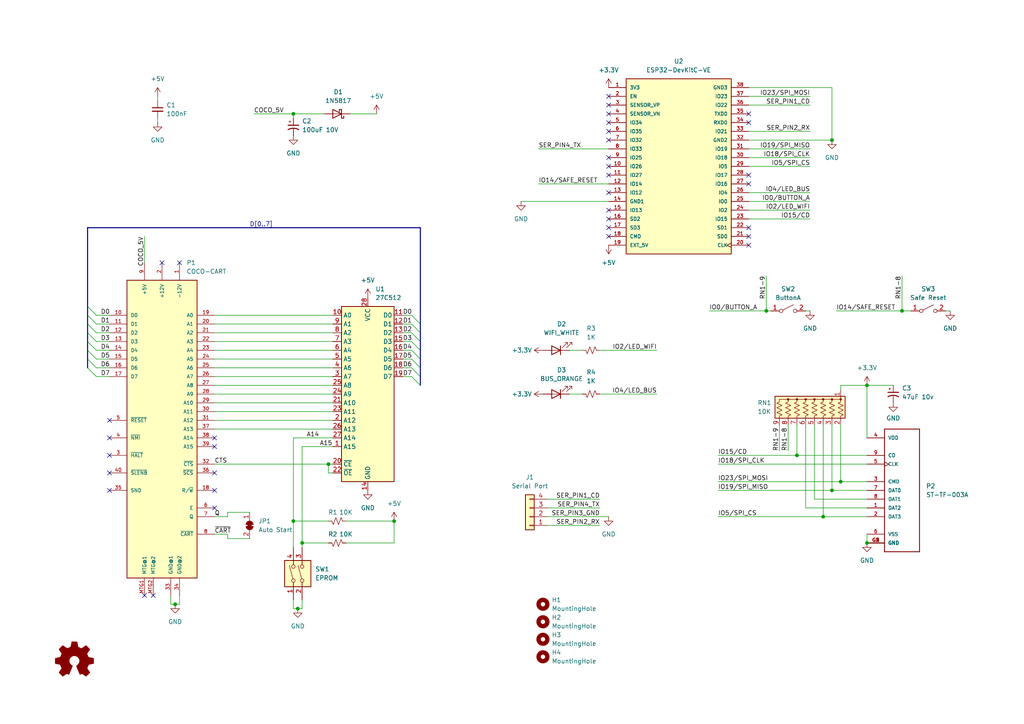
<source format=kicad_sch>
(kicad_sch (version 20230121) (generator eeschema)

  (uuid 530151af-e929-4ebc-81ba-062acbc84619)

  (paper "A4")

  (title_block
    (title "CoCo FujiNet")
    (date "2024-02-05")
    (rev "Rev 000")
  )

  (lib_symbols
    (symbol "COCO-CART:COCO-CART" (pin_names (offset 1.016)) (in_bom yes) (on_board yes)
      (property "Reference" "P" (at 10.16 40.64 0)
        (effects (font (size 1.27 1.27)) (justify left bottom))
      )
      (property "Value" "COCO-CART" (at 0 0 0)
        (effects (font (size 1.27 1.27)) (justify bottom))
      )
      (property "Footprint" "COCO-CART:COCO-CART-2.1X1.75" (at 0 0 0)
        (effects (font (size 1.27 1.27)) (justify bottom) hide)
      )
      (property "Datasheet" "" (at 0 0 0)
        (effects (font (size 1.27 1.27)) hide)
      )
      (symbol "COCO-CART_0_0"
        (rectangle (start -10.16 -45.72) (end 10.16 40.64)
          (stroke (width 0.254) (type default))
          (fill (type background))
        )
        (pin passive line (at 5.08 45.72 270) (length 5.08)
          (name "-12V" (effects (font (size 1.016 1.016))))
          (number "1" (effects (font (size 1.016 1.016))))
        )
        (pin bidirectional line (at -15.24 30.48 0) (length 5.08)
          (name "D0" (effects (font (size 1.016 1.016))))
          (number "10" (effects (font (size 1.016 1.016))))
        )
        (pin bidirectional line (at -15.24 27.94 0) (length 5.08)
          (name "D1" (effects (font (size 1.016 1.016))))
          (number "11" (effects (font (size 1.016 1.016))))
        )
        (pin bidirectional line (at -15.24 25.4 0) (length 5.08)
          (name "D2" (effects (font (size 1.016 1.016))))
          (number "12" (effects (font (size 1.016 1.016))))
        )
        (pin bidirectional line (at -15.24 22.86 0) (length 5.08)
          (name "D3" (effects (font (size 1.016 1.016))))
          (number "13" (effects (font (size 1.016 1.016))))
        )
        (pin bidirectional line (at -15.24 20.32 0) (length 5.08)
          (name "D4" (effects (font (size 1.016 1.016))))
          (number "14" (effects (font (size 1.016 1.016))))
        )
        (pin bidirectional line (at -15.24 17.78 0) (length 5.08)
          (name "D5" (effects (font (size 1.016 1.016))))
          (number "15" (effects (font (size 1.016 1.016))))
        )
        (pin bidirectional line (at -15.24 15.24 0) (length 5.08)
          (name "D6" (effects (font (size 1.016 1.016))))
          (number "16" (effects (font (size 1.016 1.016))))
        )
        (pin bidirectional line (at -15.24 12.7 0) (length 5.08)
          (name "D7" (effects (font (size 1.016 1.016))))
          (number "17" (effects (font (size 1.016 1.016))))
        )
        (pin output line (at 15.24 -20.32 180) (length 5.08)
          (name "R/~{W}" (effects (font (size 1.016 1.016))))
          (number "18" (effects (font (size 1.016 1.016))))
        )
        (pin output line (at 15.24 30.48 180) (length 5.08)
          (name "A0" (effects (font (size 1.016 1.016))))
          (number "19" (effects (font (size 1.016 1.016))))
        )
        (pin passive line (at 0 45.72 270) (length 5.08)
          (name "+12V" (effects (font (size 1.016 1.016))))
          (number "2" (effects (font (size 1.016 1.016))))
        )
        (pin output line (at 15.24 27.94 180) (length 5.08)
          (name "A1" (effects (font (size 1.016 1.016))))
          (number "20" (effects (font (size 1.016 1.016))))
        )
        (pin output line (at 15.24 25.4 180) (length 5.08)
          (name "A2" (effects (font (size 1.016 1.016))))
          (number "21" (effects (font (size 1.016 1.016))))
        )
        (pin output line (at 15.24 22.86 180) (length 5.08)
          (name "A3" (effects (font (size 1.016 1.016))))
          (number "22" (effects (font (size 1.016 1.016))))
        )
        (pin output line (at 15.24 20.32 180) (length 5.08)
          (name "A4" (effects (font (size 1.016 1.016))))
          (number "23" (effects (font (size 1.016 1.016))))
        )
        (pin output line (at 15.24 17.78 180) (length 5.08)
          (name "A5" (effects (font (size 1.016 1.016))))
          (number "24" (effects (font (size 1.016 1.016))))
        )
        (pin output line (at 15.24 15.24 180) (length 5.08)
          (name "A6" (effects (font (size 1.016 1.016))))
          (number "25" (effects (font (size 1.016 1.016))))
        )
        (pin output line (at 15.24 12.7 180) (length 5.08)
          (name "A7" (effects (font (size 1.016 1.016))))
          (number "26" (effects (font (size 1.016 1.016))))
        )
        (pin output line (at 15.24 10.16 180) (length 5.08)
          (name "A8" (effects (font (size 1.016 1.016))))
          (number "27" (effects (font (size 1.016 1.016))))
        )
        (pin output line (at 15.24 7.62 180) (length 5.08)
          (name "A9" (effects (font (size 1.016 1.016))))
          (number "28" (effects (font (size 1.016 1.016))))
        )
        (pin output line (at 15.24 5.08 180) (length 5.08)
          (name "A10" (effects (font (size 1.016 1.016))))
          (number "29" (effects (font (size 1.016 1.016))))
        )
        (pin bidirectional line (at -15.24 -10.16 0) (length 5.08)
          (name "~{HALT}" (effects (font (size 1.016 1.016))))
          (number "3" (effects (font (size 1.016 1.016))))
        )
        (pin output line (at 15.24 2.54 180) (length 5.08)
          (name "A11" (effects (font (size 1.016 1.016))))
          (number "30" (effects (font (size 1.016 1.016))))
        )
        (pin output line (at 15.24 0 180) (length 5.08)
          (name "A12" (effects (font (size 1.016 1.016))))
          (number "31" (effects (font (size 1.016 1.016))))
        )
        (pin output line (at 15.24 -12.7 180) (length 5.08)
          (name "~{CTS}" (effects (font (size 1.016 1.016))))
          (number "32" (effects (font (size 1.016 1.016))))
        )
        (pin passive line (at 2.54 -50.8 90) (length 5.08)
          (name "GND@1" (effects (font (size 1.016 1.016))))
          (number "33" (effects (font (size 1.016 1.016))))
        )
        (pin passive line (at 5.08 -50.8 90) (length 5.08)
          (name "GND@2" (effects (font (size 1.016 1.016))))
          (number "34" (effects (font (size 1.016 1.016))))
        )
        (pin bidirectional line (at -15.24 -20.32 0) (length 5.08)
          (name "SND" (effects (font (size 1.016 1.016))))
          (number "35" (effects (font (size 1.016 1.016))))
        )
        (pin output line (at 15.24 -15.24 180) (length 5.08)
          (name "~{SCS}" (effects (font (size 1.016 1.016))))
          (number "36" (effects (font (size 1.016 1.016))))
        )
        (pin output line (at 15.24 -2.54 180) (length 5.08)
          (name "A13" (effects (font (size 1.016 1.016))))
          (number "37" (effects (font (size 1.016 1.016))))
        )
        (pin output line (at 15.24 -5.08 180) (length 5.08)
          (name "A14" (effects (font (size 1.016 1.016))))
          (number "38" (effects (font (size 1.016 1.016))))
        )
        (pin output line (at 15.24 -7.62 180) (length 5.08)
          (name "A15" (effects (font (size 1.016 1.016))))
          (number "39" (effects (font (size 1.016 1.016))))
        )
        (pin bidirectional line (at -15.24 -5.08 0) (length 5.08)
          (name "~{NMI}" (effects (font (size 1.016 1.016))))
          (number "4" (effects (font (size 1.016 1.016))))
        )
        (pin input line (at -15.24 -15.24 0) (length 5.08)
          (name "~{SLENB}" (effects (font (size 1.016 1.016))))
          (number "40" (effects (font (size 1.016 1.016))))
        )
        (pin bidirectional line (at -15.24 0 0) (length 5.08)
          (name "~{RESET}" (effects (font (size 1.016 1.016))))
          (number "5" (effects (font (size 1.016 1.016))))
        )
        (pin output line (at 15.24 -25.4 180) (length 5.08)
          (name "E" (effects (font (size 1.016 1.016))))
          (number "6" (effects (font (size 1.016 1.016))))
        )
        (pin output line (at 15.24 -27.94 180) (length 5.08)
          (name "Q" (effects (font (size 1.016 1.016))))
          (number "7" (effects (font (size 1.016 1.016))))
        )
        (pin input line (at 15.24 -33.02 180) (length 5.08)
          (name "~{CART}" (effects (font (size 1.016 1.016))))
          (number "8" (effects (font (size 1.016 1.016))))
        )
        (pin passive line (at -5.08 45.72 270) (length 5.08)
          (name "+5V" (effects (font (size 1.016 1.016))))
          (number "9" (effects (font (size 1.016 1.016))))
        )
        (pin passive line (at -5.08 -50.8 90) (length 5.08)
          (name "MTG@1" (effects (font (size 1.016 1.016))))
          (number "MTG1" (effects (font (size 1.016 1.016))))
        )
        (pin passive line (at -2.54 -50.8 90) (length 5.08)
          (name "MTG@2" (effects (font (size 1.016 1.016))))
          (number "MTG2" (effects (font (size 1.016 1.016))))
        )
      )
    )
    (symbol "Connector_Generic:Conn_01x04" (pin_names (offset 1.016) hide) (in_bom yes) (on_board yes)
      (property "Reference" "J" (at 0 5.08 0)
        (effects (font (size 1.27 1.27)))
      )
      (property "Value" "Conn_01x04" (at 0 -7.62 0)
        (effects (font (size 1.27 1.27)))
      )
      (property "Footprint" "" (at 0 0 0)
        (effects (font (size 1.27 1.27)) hide)
      )
      (property "Datasheet" "~" (at 0 0 0)
        (effects (font (size 1.27 1.27)) hide)
      )
      (property "ki_keywords" "connector" (at 0 0 0)
        (effects (font (size 1.27 1.27)) hide)
      )
      (property "ki_description" "Generic connector, single row, 01x04, script generated (kicad-library-utils/schlib/autogen/connector/)" (at 0 0 0)
        (effects (font (size 1.27 1.27)) hide)
      )
      (property "ki_fp_filters" "Connector*:*_1x??_*" (at 0 0 0)
        (effects (font (size 1.27 1.27)) hide)
      )
      (symbol "Conn_01x04_1_1"
        (rectangle (start -1.27 -4.953) (end 0 -5.207)
          (stroke (width 0.1524) (type default))
          (fill (type none))
        )
        (rectangle (start -1.27 -2.413) (end 0 -2.667)
          (stroke (width 0.1524) (type default))
          (fill (type none))
        )
        (rectangle (start -1.27 0.127) (end 0 -0.127)
          (stroke (width 0.1524) (type default))
          (fill (type none))
        )
        (rectangle (start -1.27 2.667) (end 0 2.413)
          (stroke (width 0.1524) (type default))
          (fill (type none))
        )
        (rectangle (start -1.27 3.81) (end 1.27 -6.35)
          (stroke (width 0.254) (type default))
          (fill (type background))
        )
        (pin passive line (at -5.08 2.54 0) (length 3.81)
          (name "Pin_1" (effects (font (size 1.27 1.27))))
          (number "1" (effects (font (size 1.27 1.27))))
        )
        (pin passive line (at -5.08 0 0) (length 3.81)
          (name "Pin_2" (effects (font (size 1.27 1.27))))
          (number "2" (effects (font (size 1.27 1.27))))
        )
        (pin passive line (at -5.08 -2.54 0) (length 3.81)
          (name "Pin_3" (effects (font (size 1.27 1.27))))
          (number "3" (effects (font (size 1.27 1.27))))
        )
        (pin passive line (at -5.08 -5.08 0) (length 3.81)
          (name "Pin_4" (effects (font (size 1.27 1.27))))
          (number "4" (effects (font (size 1.27 1.27))))
        )
      )
    )
    (symbol "Device:C_Polarized_Small_US" (pin_numbers hide) (pin_names (offset 0.254) hide) (in_bom yes) (on_board yes)
      (property "Reference" "C" (at 0.254 1.778 0)
        (effects (font (size 1.27 1.27)) (justify left))
      )
      (property "Value" "C_Polarized_Small_US" (at 0.254 -2.032 0)
        (effects (font (size 1.27 1.27)) (justify left))
      )
      (property "Footprint" "" (at 0 0 0)
        (effects (font (size 1.27 1.27)) hide)
      )
      (property "Datasheet" "~" (at 0 0 0)
        (effects (font (size 1.27 1.27)) hide)
      )
      (property "ki_keywords" "cap capacitor" (at 0 0 0)
        (effects (font (size 1.27 1.27)) hide)
      )
      (property "ki_description" "Polarized capacitor, small US symbol" (at 0 0 0)
        (effects (font (size 1.27 1.27)) hide)
      )
      (property "ki_fp_filters" "CP_*" (at 0 0 0)
        (effects (font (size 1.27 1.27)) hide)
      )
      (symbol "C_Polarized_Small_US_0_1"
        (polyline
          (pts
            (xy -1.524 0.508)
            (xy 1.524 0.508)
          )
          (stroke (width 0.3048) (type default))
          (fill (type none))
        )
        (polyline
          (pts
            (xy -1.27 1.524)
            (xy -0.762 1.524)
          )
          (stroke (width 0) (type default))
          (fill (type none))
        )
        (polyline
          (pts
            (xy -1.016 1.27)
            (xy -1.016 1.778)
          )
          (stroke (width 0) (type default))
          (fill (type none))
        )
        (arc (start 1.524 -0.762) (mid 0 -0.3734) (end -1.524 -0.762)
          (stroke (width 0.3048) (type default))
          (fill (type none))
        )
      )
      (symbol "C_Polarized_Small_US_1_1"
        (pin passive line (at 0 2.54 270) (length 2.032)
          (name "~" (effects (font (size 1.27 1.27))))
          (number "1" (effects (font (size 1.27 1.27))))
        )
        (pin passive line (at 0 -2.54 90) (length 2.032)
          (name "~" (effects (font (size 1.27 1.27))))
          (number "2" (effects (font (size 1.27 1.27))))
        )
      )
    )
    (symbol "Device:C_Small" (pin_numbers hide) (pin_names (offset 0.254) hide) (in_bom yes) (on_board yes)
      (property "Reference" "C" (at 0.254 1.778 0)
        (effects (font (size 1.27 1.27)) (justify left))
      )
      (property "Value" "C_Small" (at 0.254 -2.032 0)
        (effects (font (size 1.27 1.27)) (justify left))
      )
      (property "Footprint" "" (at 0 0 0)
        (effects (font (size 1.27 1.27)) hide)
      )
      (property "Datasheet" "~" (at 0 0 0)
        (effects (font (size 1.27 1.27)) hide)
      )
      (property "ki_keywords" "capacitor cap" (at 0 0 0)
        (effects (font (size 1.27 1.27)) hide)
      )
      (property "ki_description" "Unpolarized capacitor, small symbol" (at 0 0 0)
        (effects (font (size 1.27 1.27)) hide)
      )
      (property "ki_fp_filters" "C_*" (at 0 0 0)
        (effects (font (size 1.27 1.27)) hide)
      )
      (symbol "C_Small_0_1"
        (polyline
          (pts
            (xy -1.524 -0.508)
            (xy 1.524 -0.508)
          )
          (stroke (width 0.3302) (type default))
          (fill (type none))
        )
        (polyline
          (pts
            (xy -1.524 0.508)
            (xy 1.524 0.508)
          )
          (stroke (width 0.3048) (type default))
          (fill (type none))
        )
      )
      (symbol "C_Small_1_1"
        (pin passive line (at 0 2.54 270) (length 2.032)
          (name "~" (effects (font (size 1.27 1.27))))
          (number "1" (effects (font (size 1.27 1.27))))
        )
        (pin passive line (at 0 -2.54 90) (length 2.032)
          (name "~" (effects (font (size 1.27 1.27))))
          (number "2" (effects (font (size 1.27 1.27))))
        )
      )
    )
    (symbol "Device:LED" (pin_numbers hide) (pin_names (offset 1.016) hide) (in_bom yes) (on_board yes)
      (property "Reference" "D" (at 0 2.54 0)
        (effects (font (size 1.27 1.27)))
      )
      (property "Value" "LED" (at 0 -2.54 0)
        (effects (font (size 1.27 1.27)))
      )
      (property "Footprint" "" (at 0 0 0)
        (effects (font (size 1.27 1.27)) hide)
      )
      (property "Datasheet" "~" (at 0 0 0)
        (effects (font (size 1.27 1.27)) hide)
      )
      (property "ki_keywords" "LED diode" (at 0 0 0)
        (effects (font (size 1.27 1.27)) hide)
      )
      (property "ki_description" "Light emitting diode" (at 0 0 0)
        (effects (font (size 1.27 1.27)) hide)
      )
      (property "ki_fp_filters" "LED* LED_SMD:* LED_THT:*" (at 0 0 0)
        (effects (font (size 1.27 1.27)) hide)
      )
      (symbol "LED_0_1"
        (polyline
          (pts
            (xy -1.27 -1.27)
            (xy -1.27 1.27)
          )
          (stroke (width 0.254) (type default))
          (fill (type none))
        )
        (polyline
          (pts
            (xy -1.27 0)
            (xy 1.27 0)
          )
          (stroke (width 0) (type default))
          (fill (type none))
        )
        (polyline
          (pts
            (xy 1.27 -1.27)
            (xy 1.27 1.27)
            (xy -1.27 0)
            (xy 1.27 -1.27)
          )
          (stroke (width 0.254) (type default))
          (fill (type none))
        )
        (polyline
          (pts
            (xy -3.048 -0.762)
            (xy -4.572 -2.286)
            (xy -3.81 -2.286)
            (xy -4.572 -2.286)
            (xy -4.572 -1.524)
          )
          (stroke (width 0) (type default))
          (fill (type none))
        )
        (polyline
          (pts
            (xy -1.778 -0.762)
            (xy -3.302 -2.286)
            (xy -2.54 -2.286)
            (xy -3.302 -2.286)
            (xy -3.302 -1.524)
          )
          (stroke (width 0) (type default))
          (fill (type none))
        )
      )
      (symbol "LED_1_1"
        (pin passive line (at -3.81 0 0) (length 2.54)
          (name "K" (effects (font (size 1.27 1.27))))
          (number "1" (effects (font (size 1.27 1.27))))
        )
        (pin passive line (at 3.81 0 180) (length 2.54)
          (name "A" (effects (font (size 1.27 1.27))))
          (number "2" (effects (font (size 1.27 1.27))))
        )
      )
    )
    (symbol "Device:R_Network08_US" (pin_names (offset 0) hide) (in_bom yes) (on_board yes)
      (property "Reference" "RN" (at -12.7 0 90)
        (effects (font (size 1.27 1.27)))
      )
      (property "Value" "R_Network08_US" (at 10.16 0 90)
        (effects (font (size 1.27 1.27)))
      )
      (property "Footprint" "Resistor_THT:R_Array_SIP9" (at 12.065 0 90)
        (effects (font (size 1.27 1.27)) hide)
      )
      (property "Datasheet" "http://www.vishay.com/docs/31509/csc.pdf" (at 0 0 0)
        (effects (font (size 1.27 1.27)) hide)
      )
      (property "ki_keywords" "R network star-topology" (at 0 0 0)
        (effects (font (size 1.27 1.27)) hide)
      )
      (property "ki_description" "8 resistor network, star topology, bussed resistors, small US symbol" (at 0 0 0)
        (effects (font (size 1.27 1.27)) hide)
      )
      (property "ki_fp_filters" "R?Array?SIP*" (at 0 0 0)
        (effects (font (size 1.27 1.27)) hide)
      )
      (symbol "R_Network08_US_0_1"
        (rectangle (start -11.43 -3.175) (end 8.89 3.175)
          (stroke (width 0.254) (type default))
          (fill (type background))
        )
        (circle (center -10.16 2.286) (radius 0.254)
          (stroke (width 0) (type default))
          (fill (type outline))
        )
        (circle (center -7.62 2.286) (radius 0.254)
          (stroke (width 0) (type default))
          (fill (type outline))
        )
        (circle (center -5.08 2.286) (radius 0.254)
          (stroke (width 0) (type default))
          (fill (type outline))
        )
        (circle (center -2.54 2.286) (radius 0.254)
          (stroke (width 0) (type default))
          (fill (type outline))
        )
        (polyline
          (pts
            (xy -10.16 2.286)
            (xy 7.62 2.286)
          )
          (stroke (width 0) (type default))
          (fill (type none))
        )
        (polyline
          (pts
            (xy -10.16 2.286)
            (xy -10.16 1.524)
            (xy -9.398 1.1684)
            (xy -10.922 0.508)
            (xy -9.398 -0.1524)
            (xy -10.922 -0.8382)
            (xy -9.398 -1.524)
            (xy -10.922 -2.1844)
            (xy -10.16 -2.54)
            (xy -10.16 -3.81)
          )
          (stroke (width 0) (type default))
          (fill (type none))
        )
        (polyline
          (pts
            (xy -7.62 2.286)
            (xy -7.62 1.524)
            (xy -6.858 1.1684)
            (xy -8.382 0.508)
            (xy -6.858 -0.1524)
            (xy -8.382 -0.8382)
            (xy -6.858 -1.524)
            (xy -8.382 -2.1844)
            (xy -7.62 -2.54)
            (xy -7.62 -3.81)
          )
          (stroke (width 0) (type default))
          (fill (type none))
        )
        (polyline
          (pts
            (xy -5.08 2.286)
            (xy -5.08 1.524)
            (xy -4.318 1.1684)
            (xy -5.842 0.508)
            (xy -4.318 -0.1524)
            (xy -5.842 -0.8382)
            (xy -4.318 -1.524)
            (xy -5.842 -2.1844)
            (xy -5.08 -2.54)
            (xy -5.08 -3.81)
          )
          (stroke (width 0) (type default))
          (fill (type none))
        )
        (polyline
          (pts
            (xy -2.54 2.286)
            (xy -2.54 1.524)
            (xy -1.778 1.1684)
            (xy -3.302 0.508)
            (xy -1.778 -0.1524)
            (xy -3.302 -0.8382)
            (xy -1.778 -1.524)
            (xy -3.302 -2.1844)
            (xy -2.54 -2.54)
            (xy -2.54 -3.81)
          )
          (stroke (width 0) (type default))
          (fill (type none))
        )
        (polyline
          (pts
            (xy 0 2.286)
            (xy 0 1.524)
            (xy 0.762 1.1684)
            (xy -0.762 0.508)
            (xy 0.762 -0.1524)
            (xy -0.762 -0.8382)
            (xy 0.762 -1.524)
            (xy -0.762 -2.1844)
            (xy 0 -2.54)
            (xy 0 -3.81)
          )
          (stroke (width 0) (type default))
          (fill (type none))
        )
        (polyline
          (pts
            (xy 2.54 2.286)
            (xy 2.54 1.524)
            (xy 3.302 1.1684)
            (xy 1.778 0.508)
            (xy 3.302 -0.1524)
            (xy 1.778 -0.8382)
            (xy 3.302 -1.524)
            (xy 1.778 -2.1844)
            (xy 2.54 -2.54)
            (xy 2.54 -3.81)
          )
          (stroke (width 0) (type default))
          (fill (type none))
        )
        (polyline
          (pts
            (xy 5.08 2.286)
            (xy 5.08 1.524)
            (xy 5.842 1.1684)
            (xy 4.318 0.508)
            (xy 5.842 -0.1524)
            (xy 4.318 -0.8382)
            (xy 5.842 -1.524)
            (xy 4.318 -2.1844)
            (xy 5.08 -2.54)
            (xy 5.08 -3.81)
          )
          (stroke (width 0) (type default))
          (fill (type none))
        )
        (polyline
          (pts
            (xy 7.62 2.286)
            (xy 7.62 1.524)
            (xy 8.382 1.1684)
            (xy 6.858 0.508)
            (xy 8.382 -0.1524)
            (xy 6.858 -0.8382)
            (xy 8.382 -1.524)
            (xy 6.858 -2.1844)
            (xy 7.62 -2.54)
            (xy 7.62 -3.81)
          )
          (stroke (width 0) (type default))
          (fill (type none))
        )
        (circle (center 0 2.286) (radius 0.254)
          (stroke (width 0) (type default))
          (fill (type outline))
        )
        (circle (center 2.54 2.286) (radius 0.254)
          (stroke (width 0) (type default))
          (fill (type outline))
        )
        (circle (center 5.08 2.286) (radius 0.254)
          (stroke (width 0) (type default))
          (fill (type outline))
        )
      )
      (symbol "R_Network08_US_1_1"
        (pin passive line (at -10.16 5.08 270) (length 2.54)
          (name "common" (effects (font (size 1.27 1.27))))
          (number "1" (effects (font (size 1.27 1.27))))
        )
        (pin passive line (at -10.16 -5.08 90) (length 1.27)
          (name "R1" (effects (font (size 1.27 1.27))))
          (number "2" (effects (font (size 1.27 1.27))))
        )
        (pin passive line (at -7.62 -5.08 90) (length 1.27)
          (name "R2" (effects (font (size 1.27 1.27))))
          (number "3" (effects (font (size 1.27 1.27))))
        )
        (pin passive line (at -5.08 -5.08 90) (length 1.27)
          (name "R3" (effects (font (size 1.27 1.27))))
          (number "4" (effects (font (size 1.27 1.27))))
        )
        (pin passive line (at -2.54 -5.08 90) (length 1.27)
          (name "R4" (effects (font (size 1.27 1.27))))
          (number "5" (effects (font (size 1.27 1.27))))
        )
        (pin passive line (at 0 -5.08 90) (length 1.27)
          (name "R5" (effects (font (size 1.27 1.27))))
          (number "6" (effects (font (size 1.27 1.27))))
        )
        (pin passive line (at 2.54 -5.08 90) (length 1.27)
          (name "R6" (effects (font (size 1.27 1.27))))
          (number "7" (effects (font (size 1.27 1.27))))
        )
        (pin passive line (at 5.08 -5.08 90) (length 1.27)
          (name "R7" (effects (font (size 1.27 1.27))))
          (number "8" (effects (font (size 1.27 1.27))))
        )
        (pin passive line (at 7.62 -5.08 90) (length 1.27)
          (name "R8" (effects (font (size 1.27 1.27))))
          (number "9" (effects (font (size 1.27 1.27))))
        )
      )
    )
    (symbol "Device:R_Small_US" (pin_numbers hide) (pin_names (offset 0.254) hide) (in_bom yes) (on_board yes)
      (property "Reference" "R" (at 0.762 0.508 0)
        (effects (font (size 1.27 1.27)) (justify left))
      )
      (property "Value" "R_Small_US" (at 0.762 -1.016 0)
        (effects (font (size 1.27 1.27)) (justify left))
      )
      (property "Footprint" "" (at 0 0 0)
        (effects (font (size 1.27 1.27)) hide)
      )
      (property "Datasheet" "~" (at 0 0 0)
        (effects (font (size 1.27 1.27)) hide)
      )
      (property "ki_keywords" "r resistor" (at 0 0 0)
        (effects (font (size 1.27 1.27)) hide)
      )
      (property "ki_description" "Resistor, small US symbol" (at 0 0 0)
        (effects (font (size 1.27 1.27)) hide)
      )
      (property "ki_fp_filters" "R_*" (at 0 0 0)
        (effects (font (size 1.27 1.27)) hide)
      )
      (symbol "R_Small_US_1_1"
        (polyline
          (pts
            (xy 0 0)
            (xy 1.016 -0.381)
            (xy 0 -0.762)
            (xy -1.016 -1.143)
            (xy 0 -1.524)
          )
          (stroke (width 0) (type default))
          (fill (type none))
        )
        (polyline
          (pts
            (xy 0 1.524)
            (xy 1.016 1.143)
            (xy 0 0.762)
            (xy -1.016 0.381)
            (xy 0 0)
          )
          (stroke (width 0) (type default))
          (fill (type none))
        )
        (pin passive line (at 0 2.54 270) (length 1.016)
          (name "~" (effects (font (size 1.27 1.27))))
          (number "1" (effects (font (size 1.27 1.27))))
        )
        (pin passive line (at 0 -2.54 90) (length 1.016)
          (name "~" (effects (font (size 1.27 1.27))))
          (number "2" (effects (font (size 1.27 1.27))))
        )
      )
    )
    (symbol "Diode:1N5817" (pin_numbers hide) (pin_names (offset 1.016) hide) (in_bom yes) (on_board yes)
      (property "Reference" "D" (at 0 2.54 0)
        (effects (font (size 1.27 1.27)))
      )
      (property "Value" "1N5817" (at 0 -2.54 0)
        (effects (font (size 1.27 1.27)))
      )
      (property "Footprint" "Diode_THT:D_DO-41_SOD81_P10.16mm_Horizontal" (at 0 -4.445 0)
        (effects (font (size 1.27 1.27)) hide)
      )
      (property "Datasheet" "http://www.vishay.com/docs/88525/1n5817.pdf" (at 0 0 0)
        (effects (font (size 1.27 1.27)) hide)
      )
      (property "ki_keywords" "diode Schottky" (at 0 0 0)
        (effects (font (size 1.27 1.27)) hide)
      )
      (property "ki_description" "20V 1A Schottky Barrier Rectifier Diode, DO-41" (at 0 0 0)
        (effects (font (size 1.27 1.27)) hide)
      )
      (property "ki_fp_filters" "D*DO?41*" (at 0 0 0)
        (effects (font (size 1.27 1.27)) hide)
      )
      (symbol "1N5817_0_1"
        (polyline
          (pts
            (xy 1.27 0)
            (xy -1.27 0)
          )
          (stroke (width 0) (type default))
          (fill (type none))
        )
        (polyline
          (pts
            (xy 1.27 1.27)
            (xy 1.27 -1.27)
            (xy -1.27 0)
            (xy 1.27 1.27)
          )
          (stroke (width 0.254) (type default))
          (fill (type none))
        )
        (polyline
          (pts
            (xy -1.905 0.635)
            (xy -1.905 1.27)
            (xy -1.27 1.27)
            (xy -1.27 -1.27)
            (xy -0.635 -1.27)
            (xy -0.635 -0.635)
          )
          (stroke (width 0.254) (type default))
          (fill (type none))
        )
      )
      (symbol "1N5817_1_1"
        (pin passive line (at -3.81 0 0) (length 2.54)
          (name "K" (effects (font (size 1.27 1.27))))
          (number "1" (effects (font (size 1.27 1.27))))
        )
        (pin passive line (at 3.81 0 180) (length 2.54)
          (name "A" (effects (font (size 1.27 1.27))))
          (number "2" (effects (font (size 1.27 1.27))))
        )
      )
    )
    (symbol "ESP32-DEVKITC-32U:ESP32-DEVKITC-32U" (pin_names (offset 1.016)) (in_bom yes) (on_board yes)
      (property "Reference" "U" (at -15.2654 26.0604 0)
        (effects (font (size 1.27 1.27)) (justify left bottom))
      )
      (property "Value" "ESP32-DEVKITC-32U" (at -15.2654 -27.9654 0)
        (effects (font (size 1.27 1.27)) (justify left bottom))
      )
      (property "Footprint" "MODULE_ESP32-DEVKITC-32U" (at 0 0 0)
        (effects (font (size 1.27 1.27)) (justify left bottom) hide)
      )
      (property "Datasheet" "" (at 0 0 0)
        (effects (font (size 1.27 1.27)) (justify left bottom) hide)
      )
      (property "STANDARD" "Manufacturer Recommendations" (at 0 0 0)
        (effects (font (size 1.27 1.27)) (justify left bottom) hide)
      )
      (property "PARTREV" "N/A" (at 0 0 0)
        (effects (font (size 1.27 1.27)) (justify left bottom) hide)
      )
      (property "MANUFACTURER" "ESPRESSIF" (at 0 0 0)
        (effects (font (size 1.27 1.27)) (justify left bottom) hide)
      )
      (property "ki_locked" "" (at 0 0 0)
        (effects (font (size 1.27 1.27)))
      )
      (symbol "ESP32-DEVKITC-32U_0_0"
        (rectangle (start -15.24 -25.4) (end 15.24 25.4)
          (stroke (width 0.254) (type solid))
          (fill (type background))
        )
        (pin power_in line (at -20.32 22.86 0) (length 5.08)
          (name "3V3" (effects (font (size 1.016 1.016))))
          (number "1" (effects (font (size 1.016 1.016))))
        )
        (pin bidirectional line (at -20.32 0 0) (length 5.08)
          (name "IO26" (effects (font (size 1.016 1.016))))
          (number "10" (effects (font (size 1.016 1.016))))
        )
        (pin bidirectional line (at -20.32 -2.54 0) (length 5.08)
          (name "IO27" (effects (font (size 1.016 1.016))))
          (number "11" (effects (font (size 1.016 1.016))))
        )
        (pin bidirectional line (at -20.32 -5.08 0) (length 5.08)
          (name "IO14" (effects (font (size 1.016 1.016))))
          (number "12" (effects (font (size 1.016 1.016))))
        )
        (pin bidirectional line (at -20.32 -7.62 0) (length 5.08)
          (name "IO12" (effects (font (size 1.016 1.016))))
          (number "13" (effects (font (size 1.016 1.016))))
        )
        (pin power_in line (at -20.32 -10.16 0) (length 5.08)
          (name "GND1" (effects (font (size 1.016 1.016))))
          (number "14" (effects (font (size 1.016 1.016))))
        )
        (pin bidirectional line (at -20.32 -12.7 0) (length 5.08)
          (name "IO13" (effects (font (size 1.016 1.016))))
          (number "15" (effects (font (size 1.016 1.016))))
        )
        (pin bidirectional line (at -20.32 -15.24 0) (length 5.08)
          (name "SD2" (effects (font (size 1.016 1.016))))
          (number "16" (effects (font (size 1.016 1.016))))
        )
        (pin bidirectional line (at -20.32 -17.78 0) (length 5.08)
          (name "SD3" (effects (font (size 1.016 1.016))))
          (number "17" (effects (font (size 1.016 1.016))))
        )
        (pin bidirectional line (at -20.32 -20.32 0) (length 5.08)
          (name "CMD" (effects (font (size 1.016 1.016))))
          (number "18" (effects (font (size 1.016 1.016))))
        )
        (pin power_in line (at -20.32 -22.86 0) (length 5.08)
          (name "EXT_5V" (effects (font (size 1.016 1.016))))
          (number "19" (effects (font (size 1.016 1.016))))
        )
        (pin input line (at -20.32 20.32 0) (length 5.08)
          (name "EN" (effects (font (size 1.016 1.016))))
          (number "2" (effects (font (size 1.016 1.016))))
        )
        (pin input clock (at 20.32 -22.86 180) (length 5.08)
          (name "CLK" (effects (font (size 1.016 1.016))))
          (number "20" (effects (font (size 1.016 1.016))))
        )
        (pin bidirectional line (at 20.32 -20.32 180) (length 5.08)
          (name "SD0" (effects (font (size 1.016 1.016))))
          (number "21" (effects (font (size 1.016 1.016))))
        )
        (pin bidirectional line (at 20.32 -17.78 180) (length 5.08)
          (name "SD1" (effects (font (size 1.016 1.016))))
          (number "22" (effects (font (size 1.016 1.016))))
        )
        (pin bidirectional line (at 20.32 -15.24 180) (length 5.08)
          (name "IO15" (effects (font (size 1.016 1.016))))
          (number "23" (effects (font (size 1.016 1.016))))
        )
        (pin bidirectional line (at 20.32 -12.7 180) (length 5.08)
          (name "IO2" (effects (font (size 1.016 1.016))))
          (number "24" (effects (font (size 1.016 1.016))))
        )
        (pin bidirectional line (at 20.32 -10.16 180) (length 5.08)
          (name "IO0" (effects (font (size 1.016 1.016))))
          (number "25" (effects (font (size 1.016 1.016))))
        )
        (pin bidirectional line (at 20.32 -7.62 180) (length 5.08)
          (name "IO4" (effects (font (size 1.016 1.016))))
          (number "26" (effects (font (size 1.016 1.016))))
        )
        (pin bidirectional line (at 20.32 -5.08 180) (length 5.08)
          (name "IO16" (effects (font (size 1.016 1.016))))
          (number "27" (effects (font (size 1.016 1.016))))
        )
        (pin bidirectional line (at 20.32 -2.54 180) (length 5.08)
          (name "IO17" (effects (font (size 1.016 1.016))))
          (number "28" (effects (font (size 1.016 1.016))))
        )
        (pin bidirectional line (at 20.32 0 180) (length 5.08)
          (name "IO5" (effects (font (size 1.016 1.016))))
          (number "29" (effects (font (size 1.016 1.016))))
        )
        (pin input line (at -20.32 17.78 0) (length 5.08)
          (name "SENSOR_VP" (effects (font (size 1.016 1.016))))
          (number "3" (effects (font (size 1.016 1.016))))
        )
        (pin bidirectional line (at 20.32 2.54 180) (length 5.08)
          (name "IO18" (effects (font (size 1.016 1.016))))
          (number "30" (effects (font (size 1.016 1.016))))
        )
        (pin bidirectional line (at 20.32 5.08 180) (length 5.08)
          (name "IO19" (effects (font (size 1.016 1.016))))
          (number "31" (effects (font (size 1.016 1.016))))
        )
        (pin power_in line (at 20.32 7.62 180) (length 5.08)
          (name "GND2" (effects (font (size 1.016 1.016))))
          (number "32" (effects (font (size 1.016 1.016))))
        )
        (pin bidirectional line (at 20.32 10.16 180) (length 5.08)
          (name "IO21" (effects (font (size 1.016 1.016))))
          (number "33" (effects (font (size 1.016 1.016))))
        )
        (pin input line (at 20.32 12.7 180) (length 5.08)
          (name "RXD0" (effects (font (size 1.016 1.016))))
          (number "34" (effects (font (size 1.016 1.016))))
        )
        (pin output line (at 20.32 15.24 180) (length 5.08)
          (name "TXD0" (effects (font (size 1.016 1.016))))
          (number "35" (effects (font (size 1.016 1.016))))
        )
        (pin bidirectional line (at 20.32 17.78 180) (length 5.08)
          (name "IO22" (effects (font (size 1.016 1.016))))
          (number "36" (effects (font (size 1.016 1.016))))
        )
        (pin bidirectional line (at 20.32 20.32 180) (length 5.08)
          (name "IO23" (effects (font (size 1.016 1.016))))
          (number "37" (effects (font (size 1.016 1.016))))
        )
        (pin power_in line (at 20.32 22.86 180) (length 5.08)
          (name "GND3" (effects (font (size 1.016 1.016))))
          (number "38" (effects (font (size 1.016 1.016))))
        )
        (pin input line (at -20.32 15.24 0) (length 5.08)
          (name "SENSOR_VN" (effects (font (size 1.016 1.016))))
          (number "4" (effects (font (size 1.016 1.016))))
        )
        (pin bidirectional line (at -20.32 12.7 0) (length 5.08)
          (name "IO34" (effects (font (size 1.016 1.016))))
          (number "5" (effects (font (size 1.016 1.016))))
        )
        (pin bidirectional line (at -20.32 10.16 0) (length 5.08)
          (name "IO35" (effects (font (size 1.016 1.016))))
          (number "6" (effects (font (size 1.016 1.016))))
        )
        (pin bidirectional line (at -20.32 7.62 0) (length 5.08)
          (name "IO32" (effects (font (size 1.016 1.016))))
          (number "7" (effects (font (size 1.016 1.016))))
        )
        (pin bidirectional line (at -20.32 5.08 0) (length 5.08)
          (name "IO33" (effects (font (size 1.016 1.016))))
          (number "8" (effects (font (size 1.016 1.016))))
        )
        (pin bidirectional line (at -20.32 2.54 0) (length 5.08)
          (name "IO25" (effects (font (size 1.016 1.016))))
          (number "9" (effects (font (size 1.016 1.016))))
        )
      )
    )
    (symbol "Graphic:Logo_Open_Hardware_Small" (in_bom no) (on_board no)
      (property "Reference" "#SYM" (at 0 6.985 0)
        (effects (font (size 1.27 1.27)) hide)
      )
      (property "Value" "Logo_Open_Hardware_Small" (at 0 -5.715 0)
        (effects (font (size 1.27 1.27)) hide)
      )
      (property "Footprint" "" (at 0 0 0)
        (effects (font (size 1.27 1.27)) hide)
      )
      (property "Datasheet" "~" (at 0 0 0)
        (effects (font (size 1.27 1.27)) hide)
      )
      (property "Sim.Enable" "0" (at 0 0 0)
        (effects (font (size 1.27 1.27)) hide)
      )
      (property "ki_keywords" "Logo" (at 0 0 0)
        (effects (font (size 1.27 1.27)) hide)
      )
      (property "ki_description" "Open Hardware logo, small" (at 0 0 0)
        (effects (font (size 1.27 1.27)) hide)
      )
      (symbol "Logo_Open_Hardware_Small_0_1"
        (polyline
          (pts
            (xy 3.3528 -4.3434)
            (xy 3.302 -4.318)
            (xy 3.175 -4.2418)
            (xy 2.9972 -4.1148)
            (xy 2.7686 -3.9624)
            (xy 2.54 -3.81)
            (xy 2.3622 -3.7084)
            (xy 2.2352 -3.6068)
            (xy 2.1844 -3.5814)
            (xy 2.159 -3.6068)
            (xy 2.0574 -3.6576)
            (xy 1.905 -3.7338)
            (xy 1.8034 -3.7846)
            (xy 1.6764 -3.8354)
            (xy 1.6002 -3.8354)
            (xy 1.6002 -3.8354)
            (xy 1.5494 -3.7338)
            (xy 1.4732 -3.5306)
            (xy 1.3462 -3.302)
            (xy 1.2446 -3.0226)
            (xy 1.1176 -2.7178)
            (xy 0.9652 -2.413)
            (xy 0.8636 -2.1082)
            (xy 0.7366 -1.8288)
            (xy 0.6604 -1.6256)
            (xy 0.6096 -1.4732)
            (xy 0.5842 -1.397)
            (xy 0.5842 -1.397)
            (xy 0.6604 -1.3208)
            (xy 0.7874 -1.2446)
            (xy 1.0414 -1.016)
            (xy 1.2954 -0.6858)
            (xy 1.4478 -0.3302)
            (xy 1.524 0.0762)
            (xy 1.4732 0.4572)
            (xy 1.3208 0.8128)
            (xy 1.0668 1.143)
            (xy 0.762 1.3716)
            (xy 0.4064 1.524)
            (xy 0 1.5748)
            (xy -0.381 1.5494)
            (xy -0.7366 1.397)
            (xy -1.0668 1.143)
            (xy -1.2192 0.9906)
            (xy -1.397 0.6604)
            (xy -1.524 0.3048)
            (xy -1.524 0.2286)
            (xy -1.4986 -0.1778)
            (xy -1.397 -0.5334)
            (xy -1.1938 -0.8636)
            (xy -0.9144 -1.143)
            (xy -0.8636 -1.1684)
            (xy -0.7366 -1.27)
            (xy -0.635 -1.3462)
            (xy -0.5842 -1.397)
            (xy -1.0668 -2.5908)
            (xy -1.143 -2.794)
            (xy -1.2954 -3.1242)
            (xy -1.397 -3.4036)
            (xy -1.4986 -3.6322)
            (xy -1.5748 -3.7846)
            (xy -1.6002 -3.8354)
            (xy -1.6002 -3.8354)
            (xy -1.651 -3.8354)
            (xy -1.7272 -3.81)
            (xy -1.905 -3.7338)
            (xy -2.0066 -3.683)
            (xy -2.1336 -3.6068)
            (xy -2.2098 -3.5814)
            (xy -2.2606 -3.6068)
            (xy -2.3622 -3.683)
            (xy -2.54 -3.81)
            (xy -2.7686 -3.9624)
            (xy -2.9718 -4.0894)
            (xy -3.1496 -4.2164)
            (xy -3.302 -4.318)
            (xy -3.3528 -4.3434)
            (xy -3.3782 -4.3434)
            (xy -3.429 -4.318)
            (xy -3.5306 -4.2164)
            (xy -3.7084 -4.064)
            (xy -3.937 -3.8354)
            (xy -3.9624 -3.81)
            (xy -4.1656 -3.6068)
            (xy -4.318 -3.4544)
            (xy -4.4196 -3.3274)
            (xy -4.445 -3.2766)
            (xy -4.445 -3.2766)
            (xy -4.4196 -3.2258)
            (xy -4.318 -3.0734)
            (xy -4.2164 -2.8956)
            (xy -4.064 -2.667)
            (xy -3.6576 -2.0828)
            (xy -3.8862 -1.5494)
            (xy -3.937 -1.3716)
            (xy -4.0386 -1.1684)
            (xy -4.0894 -1.0414)
            (xy -4.1148 -0.9652)
            (xy -4.191 -0.9398)
            (xy -4.318 -0.9144)
            (xy -4.5466 -0.8636)
            (xy -4.8006 -0.8128)
            (xy -5.0546 -0.7874)
            (xy -5.2578 -0.7366)
            (xy -5.4356 -0.7112)
            (xy -5.5118 -0.6858)
            (xy -5.5118 -0.6858)
            (xy -5.5372 -0.635)
            (xy -5.5372 -0.5588)
            (xy -5.5372 -0.4318)
            (xy -5.5626 -0.2286)
            (xy -5.5626 0.0762)
            (xy -5.5626 0.127)
            (xy -5.5372 0.4064)
            (xy -5.5372 0.635)
            (xy -5.5372 0.762)
            (xy -5.5372 0.8382)
            (xy -5.5372 0.8382)
            (xy -5.461 0.8382)
            (xy -5.3086 0.889)
            (xy -5.08 0.9144)
            (xy -4.826 0.9652)
            (xy -4.8006 0.9906)
            (xy -4.5466 1.0414)
            (xy -4.318 1.0668)
            (xy -4.1656 1.1176)
            (xy -4.0894 1.143)
            (xy -4.0894 1.143)
            (xy -4.0386 1.2446)
            (xy -3.9624 1.4224)
            (xy -3.8608 1.6256)
            (xy -3.7846 1.8288)
            (xy -3.7084 2.0066)
            (xy -3.6576 2.159)
            (xy -3.6322 2.2098)
            (xy -3.6322 2.2098)
            (xy -3.683 2.286)
            (xy -3.7592 2.413)
            (xy -3.8862 2.5908)
            (xy -4.064 2.8194)
            (xy -4.064 2.8448)
            (xy -4.2164 3.0734)
            (xy -4.3434 3.2512)
            (xy -4.4196 3.3782)
            (xy -4.445 3.4544)
            (xy -4.445 3.4544)
            (xy -4.3942 3.5052)
            (xy -4.2926 3.6322)
            (xy -4.1148 3.81)
            (xy -3.937 4.0132)
            (xy -3.8608 4.064)
            (xy -3.6576 4.2926)
            (xy -3.5052 4.4196)
            (xy -3.4036 4.4958)
            (xy -3.3528 4.5212)
            (xy -3.3528 4.5212)
            (xy -3.302 4.4704)
            (xy -3.1496 4.3688)
            (xy -2.9718 4.2418)
            (xy -2.7432 4.0894)
            (xy -2.7178 4.0894)
            (xy -2.4892 3.937)
            (xy -2.3114 3.81)
            (xy -2.1844 3.7084)
            (xy -2.1336 3.683)
            (xy -2.1082 3.683)
            (xy -2.032 3.7084)
            (xy -1.8542 3.7592)
            (xy -1.6764 3.8354)
            (xy -1.4732 3.937)
            (xy -1.27 4.0132)
            (xy -1.143 4.064)
            (xy -1.0668 4.1148)
            (xy -1.0668 4.1148)
            (xy -1.0414 4.191)
            (xy -1.016 4.3434)
            (xy -0.9652 4.572)
            (xy -0.9144 4.8514)
            (xy -0.889 4.9022)
            (xy -0.8382 5.1562)
            (xy -0.8128 5.3848)
            (xy -0.7874 5.5372)
            (xy -0.762 5.588)
            (xy -0.7112 5.6134)
            (xy -0.5842 5.6134)
            (xy -0.4064 5.6134)
            (xy -0.1524 5.6134)
            (xy 0.0762 5.6134)
            (xy 0.3302 5.6134)
            (xy 0.5334 5.6134)
            (xy 0.6858 5.588)
            (xy 0.7366 5.588)
            (xy 0.7366 5.588)
            (xy 0.762 5.5118)
            (xy 0.8128 5.334)
            (xy 0.8382 5.1054)
            (xy 0.9144 4.826)
            (xy 0.9144 4.7752)
            (xy 0.9652 4.5212)
            (xy 1.016 4.2926)
            (xy 1.0414 4.1402)
            (xy 1.0668 4.0894)
            (xy 1.0668 4.0894)
            (xy 1.1938 4.0386)
            (xy 1.3716 3.9624)
            (xy 1.5748 3.8608)
            (xy 2.0828 3.6576)
            (xy 2.7178 4.0894)
            (xy 2.7686 4.1402)
            (xy 2.9972 4.2926)
            (xy 3.175 4.4196)
            (xy 3.302 4.4958)
            (xy 3.3782 4.5212)
            (xy 3.3782 4.5212)
            (xy 3.429 4.4704)
            (xy 3.556 4.3434)
            (xy 3.7338 4.191)
            (xy 3.9116 3.9878)
            (xy 4.064 3.8354)
            (xy 4.2418 3.6576)
            (xy 4.3434 3.556)
            (xy 4.4196 3.4798)
            (xy 4.4196 3.429)
            (xy 4.4196 3.4036)
            (xy 4.3942 3.3274)
            (xy 4.2926 3.2004)
            (xy 4.1656 2.9972)
            (xy 4.0132 2.794)
            (xy 3.8862 2.5908)
            (xy 3.7592 2.3876)
            (xy 3.6576 2.2352)
            (xy 3.6322 2.159)
            (xy 3.6322 2.1336)
            (xy 3.683 2.0066)
            (xy 3.7592 1.8288)
            (xy 3.8608 1.6002)
            (xy 4.064 1.1176)
            (xy 4.3942 1.0414)
            (xy 4.5974 1.016)
            (xy 4.8768 0.9652)
            (xy 5.1308 0.9144)
            (xy 5.5372 0.8382)
            (xy 5.5626 -0.6604)
            (xy 5.4864 -0.6858)
            (xy 5.4356 -0.6858)
            (xy 5.2832 -0.7366)
            (xy 5.0546 -0.762)
            (xy 4.8006 -0.8128)
            (xy 4.5974 -0.8636)
            (xy 4.3688 -0.9144)
            (xy 4.2164 -0.9398)
            (xy 4.1402 -0.9398)
            (xy 4.1148 -0.9652)
            (xy 4.064 -1.0668)
            (xy 3.9878 -1.2446)
            (xy 3.9116 -1.4478)
            (xy 3.81 -1.651)
            (xy 3.7338 -1.8542)
            (xy 3.683 -2.0066)
            (xy 3.6576 -2.0828)
            (xy 3.683 -2.1336)
            (xy 3.7846 -2.2606)
            (xy 3.8862 -2.4638)
            (xy 4.0386 -2.667)
            (xy 4.191 -2.8956)
            (xy 4.318 -3.0734)
            (xy 4.3942 -3.2004)
            (xy 4.445 -3.2766)
            (xy 4.4196 -3.3274)
            (xy 4.3434 -3.429)
            (xy 4.1656 -3.5814)
            (xy 3.937 -3.8354)
            (xy 3.8862 -3.8608)
            (xy 3.683 -4.064)
            (xy 3.5306 -4.2164)
            (xy 3.4036 -4.318)
            (xy 3.3528 -4.3434)
          )
          (stroke (width 0) (type default))
          (fill (type outline))
        )
      )
    )
    (symbol "Jumper:SolderJumper_2_Bridged" (pin_names (offset 0) hide) (in_bom yes) (on_board yes)
      (property "Reference" "JP" (at 0 2.032 0)
        (effects (font (size 1.27 1.27)))
      )
      (property "Value" "SolderJumper_2_Bridged" (at 0 -2.54 0)
        (effects (font (size 1.27 1.27)))
      )
      (property "Footprint" "" (at 0 0 0)
        (effects (font (size 1.27 1.27)) hide)
      )
      (property "Datasheet" "~" (at 0 0 0)
        (effects (font (size 1.27 1.27)) hide)
      )
      (property "ki_keywords" "solder jumper SPST" (at 0 0 0)
        (effects (font (size 1.27 1.27)) hide)
      )
      (property "ki_description" "Solder Jumper, 2-pole, closed/bridged" (at 0 0 0)
        (effects (font (size 1.27 1.27)) hide)
      )
      (property "ki_fp_filters" "SolderJumper*Bridged*" (at 0 0 0)
        (effects (font (size 1.27 1.27)) hide)
      )
      (symbol "SolderJumper_2_Bridged_0_1"
        (rectangle (start -0.508 0.508) (end 0.508 -0.508)
          (stroke (width 0) (type default))
          (fill (type outline))
        )
        (arc (start -0.254 1.016) (mid -1.2656 0) (end -0.254 -1.016)
          (stroke (width 0) (type default))
          (fill (type none))
        )
        (arc (start -0.254 1.016) (mid -1.2656 0) (end -0.254 -1.016)
          (stroke (width 0) (type default))
          (fill (type outline))
        )
        (polyline
          (pts
            (xy -0.254 1.016)
            (xy -0.254 -1.016)
          )
          (stroke (width 0) (type default))
          (fill (type none))
        )
        (polyline
          (pts
            (xy 0.254 1.016)
            (xy 0.254 -1.016)
          )
          (stroke (width 0) (type default))
          (fill (type none))
        )
        (arc (start 0.254 -1.016) (mid 1.2656 0) (end 0.254 1.016)
          (stroke (width 0) (type default))
          (fill (type none))
        )
        (arc (start 0.254 -1.016) (mid 1.2656 0) (end 0.254 1.016)
          (stroke (width 0) (type default))
          (fill (type outline))
        )
      )
      (symbol "SolderJumper_2_Bridged_1_1"
        (pin passive line (at -3.81 0 0) (length 2.54)
          (name "A" (effects (font (size 1.27 1.27))))
          (number "1" (effects (font (size 1.27 1.27))))
        )
        (pin passive line (at 3.81 0 180) (length 2.54)
          (name "B" (effects (font (size 1.27 1.27))))
          (number "2" (effects (font (size 1.27 1.27))))
        )
      )
    )
    (symbol "Mechanical:MountingHole" (pin_names (offset 1.016)) (in_bom yes) (on_board yes)
      (property "Reference" "H" (at 0 5.08 0)
        (effects (font (size 1.27 1.27)))
      )
      (property "Value" "MountingHole" (at 0 3.175 0)
        (effects (font (size 1.27 1.27)))
      )
      (property "Footprint" "" (at 0 0 0)
        (effects (font (size 1.27 1.27)) hide)
      )
      (property "Datasheet" "~" (at 0 0 0)
        (effects (font (size 1.27 1.27)) hide)
      )
      (property "ki_keywords" "mounting hole" (at 0 0 0)
        (effects (font (size 1.27 1.27)) hide)
      )
      (property "ki_description" "Mounting Hole without connection" (at 0 0 0)
        (effects (font (size 1.27 1.27)) hide)
      )
      (property "ki_fp_filters" "MountingHole*" (at 0 0 0)
        (effects (font (size 1.27 1.27)) hide)
      )
      (symbol "MountingHole_0_1"
        (circle (center 0 0) (radius 1.27)
          (stroke (width 1.27) (type default))
          (fill (type none))
        )
      )
    )
    (symbol "Memory_EPROM:27C512" (in_bom yes) (on_board yes)
      (property "Reference" "U" (at -7.62 26.67 0)
        (effects (font (size 1.27 1.27)))
      )
      (property "Value" "27C512" (at 2.54 -26.67 0)
        (effects (font (size 1.27 1.27)) (justify left))
      )
      (property "Footprint" "Package_DIP:DIP-28_W15.24mm" (at 0 0 0)
        (effects (font (size 1.27 1.27)) hide)
      )
      (property "Datasheet" "http://ww1.microchip.com/downloads/en/DeviceDoc/doc0015.pdf" (at 0 0 0)
        (effects (font (size 1.27 1.27)) hide)
      )
      (property "ki_keywords" "OTP EPROM 512KiBit" (at 0 0 0)
        (effects (font (size 1.27 1.27)) hide)
      )
      (property "ki_description" "OTP EPROM 512 KiBit" (at 0 0 0)
        (effects (font (size 1.27 1.27)) hide)
      )
      (property "ki_fp_filters" "DIP*W15.24mm*" (at 0 0 0)
        (effects (font (size 1.27 1.27)) hide)
      )
      (symbol "27C512_1_1"
        (rectangle (start -7.62 25.4) (end 7.62 -25.4)
          (stroke (width 0.254) (type default))
          (fill (type background))
        )
        (pin input line (at -10.16 -15.24 0) (length 2.54)
          (name "A15" (effects (font (size 1.27 1.27))))
          (number "1" (effects (font (size 1.27 1.27))))
        )
        (pin input line (at -10.16 22.86 0) (length 2.54)
          (name "A0" (effects (font (size 1.27 1.27))))
          (number "10" (effects (font (size 1.27 1.27))))
        )
        (pin tri_state line (at 10.16 22.86 180) (length 2.54)
          (name "D0" (effects (font (size 1.27 1.27))))
          (number "11" (effects (font (size 1.27 1.27))))
        )
        (pin tri_state line (at 10.16 20.32 180) (length 2.54)
          (name "D1" (effects (font (size 1.27 1.27))))
          (number "12" (effects (font (size 1.27 1.27))))
        )
        (pin tri_state line (at 10.16 17.78 180) (length 2.54)
          (name "D2" (effects (font (size 1.27 1.27))))
          (number "13" (effects (font (size 1.27 1.27))))
        )
        (pin power_in line (at 0 -27.94 90) (length 2.54)
          (name "GND" (effects (font (size 1.27 1.27))))
          (number "14" (effects (font (size 1.27 1.27))))
        )
        (pin tri_state line (at 10.16 15.24 180) (length 2.54)
          (name "D3" (effects (font (size 1.27 1.27))))
          (number "15" (effects (font (size 1.27 1.27))))
        )
        (pin tri_state line (at 10.16 12.7 180) (length 2.54)
          (name "D4" (effects (font (size 1.27 1.27))))
          (number "16" (effects (font (size 1.27 1.27))))
        )
        (pin tri_state line (at 10.16 10.16 180) (length 2.54)
          (name "D5" (effects (font (size 1.27 1.27))))
          (number "17" (effects (font (size 1.27 1.27))))
        )
        (pin tri_state line (at 10.16 7.62 180) (length 2.54)
          (name "D6" (effects (font (size 1.27 1.27))))
          (number "18" (effects (font (size 1.27 1.27))))
        )
        (pin tri_state line (at 10.16 5.08 180) (length 2.54)
          (name "D7" (effects (font (size 1.27 1.27))))
          (number "19" (effects (font (size 1.27 1.27))))
        )
        (pin input line (at -10.16 -7.62 0) (length 2.54)
          (name "A12" (effects (font (size 1.27 1.27))))
          (number "2" (effects (font (size 1.27 1.27))))
        )
        (pin input line (at -10.16 -20.32 0) (length 2.54)
          (name "~{CE}" (effects (font (size 1.27 1.27))))
          (number "20" (effects (font (size 1.27 1.27))))
        )
        (pin input line (at -10.16 -2.54 0) (length 2.54)
          (name "A10" (effects (font (size 1.27 1.27))))
          (number "21" (effects (font (size 1.27 1.27))))
        )
        (pin input line (at -10.16 -22.86 0) (length 2.54)
          (name "~{OE}" (effects (font (size 1.27 1.27))))
          (number "22" (effects (font (size 1.27 1.27))))
        )
        (pin input line (at -10.16 -5.08 0) (length 2.54)
          (name "A11" (effects (font (size 1.27 1.27))))
          (number "23" (effects (font (size 1.27 1.27))))
        )
        (pin input line (at -10.16 0 0) (length 2.54)
          (name "A9" (effects (font (size 1.27 1.27))))
          (number "24" (effects (font (size 1.27 1.27))))
        )
        (pin input line (at -10.16 2.54 0) (length 2.54)
          (name "A8" (effects (font (size 1.27 1.27))))
          (number "25" (effects (font (size 1.27 1.27))))
        )
        (pin input line (at -10.16 -10.16 0) (length 2.54)
          (name "A13" (effects (font (size 1.27 1.27))))
          (number "26" (effects (font (size 1.27 1.27))))
        )
        (pin input line (at -10.16 -12.7 0) (length 2.54)
          (name "A14" (effects (font (size 1.27 1.27))))
          (number "27" (effects (font (size 1.27 1.27))))
        )
        (pin power_in line (at 0 27.94 270) (length 2.54)
          (name "VCC" (effects (font (size 1.27 1.27))))
          (number "28" (effects (font (size 1.27 1.27))))
        )
        (pin input line (at -10.16 5.08 0) (length 2.54)
          (name "A7" (effects (font (size 1.27 1.27))))
          (number "3" (effects (font (size 1.27 1.27))))
        )
        (pin input line (at -10.16 7.62 0) (length 2.54)
          (name "A6" (effects (font (size 1.27 1.27))))
          (number "4" (effects (font (size 1.27 1.27))))
        )
        (pin input line (at -10.16 10.16 0) (length 2.54)
          (name "A5" (effects (font (size 1.27 1.27))))
          (number "5" (effects (font (size 1.27 1.27))))
        )
        (pin input line (at -10.16 12.7 0) (length 2.54)
          (name "A4" (effects (font (size 1.27 1.27))))
          (number "6" (effects (font (size 1.27 1.27))))
        )
        (pin input line (at -10.16 15.24 0) (length 2.54)
          (name "A3" (effects (font (size 1.27 1.27))))
          (number "7" (effects (font (size 1.27 1.27))))
        )
        (pin input line (at -10.16 17.78 0) (length 2.54)
          (name "A2" (effects (font (size 1.27 1.27))))
          (number "8" (effects (font (size 1.27 1.27))))
        )
        (pin input line (at -10.16 20.32 0) (length 2.54)
          (name "A1" (effects (font (size 1.27 1.27))))
          (number "9" (effects (font (size 1.27 1.27))))
        )
      )
    )
    (symbol "ST-TF-003A:ST-TF-003A" (pin_names (offset 1.016)) (in_bom yes) (on_board yes)
      (property "Reference" "P" (at 0 17.8054 0)
        (effects (font (size 1.27 1.27)) (justify left bottom))
      )
      (property "Value" "ST-TF-003A" (at 0 -20.3454 0)
        (effects (font (size 1.27 1.27)) (justify left bottom))
      )
      (property "Footprint" "SUNTECH_ST-TF-003A" (at 0 0 0)
        (effects (font (size 1.27 1.27)) (justify left bottom) hide)
      )
      (property "Datasheet" "" (at 0 0 0)
        (effects (font (size 1.27 1.27)) (justify left bottom) hide)
      )
      (property "MANUFACTURER" "Suntech" (at 0 0 0)
        (effects (font (size 1.27 1.27)) (justify left bottom) hide)
      )
      (property "ki_locked" "" (at 0 0 0)
        (effects (font (size 1.27 1.27)))
      )
      (symbol "ST-TF-003A_0_0"
        (polyline
          (pts
            (xy 0 -17.78)
            (xy 0 17.78)
          )
          (stroke (width 0.254) (type solid))
          (fill (type none))
        )
        (polyline
          (pts
            (xy 0 17.78)
            (xy 10.16 17.78)
          )
          (stroke (width 0.254) (type solid))
          (fill (type none))
        )
        (polyline
          (pts
            (xy 10.16 -17.78)
            (xy 0 -17.78)
          )
          (stroke (width 0.254) (type solid))
          (fill (type none))
        )
        (polyline
          (pts
            (xy 10.16 17.78)
            (xy 10.16 -17.78)
          )
          (stroke (width 0.254) (type solid))
          (fill (type none))
        )
        (pin bidirectional line (at -5.08 -5.08 0) (length 5.08)
          (name "DAT2" (effects (font (size 1.016 1.016))))
          (number "1" (effects (font (size 1.016 1.016))))
        )
        (pin bidirectional line (at -5.08 -7.62 0) (length 5.08)
          (name "DAT3" (effects (font (size 1.016 1.016))))
          (number "2" (effects (font (size 1.016 1.016))))
        )
        (pin bidirectional line (at -5.08 2.54 0) (length 5.08)
          (name "CMD" (effects (font (size 1.016 1.016))))
          (number "3" (effects (font (size 1.016 1.016))))
        )
        (pin power_in line (at -5.08 15.24 0) (length 5.08)
          (name "VDD" (effects (font (size 1.016 1.016))))
          (number "4" (effects (font (size 1.016 1.016))))
        )
        (pin input clock (at -5.08 7.62 0) (length 5.08)
          (name "CLK" (effects (font (size 1.016 1.016))))
          (number "5" (effects (font (size 1.016 1.016))))
        )
        (pin passive line (at -5.08 -12.7 0) (length 5.08)
          (name "VSS" (effects (font (size 1.016 1.016))))
          (number "6" (effects (font (size 1.016 1.016))))
        )
        (pin bidirectional line (at -5.08 0 0) (length 5.08)
          (name "DAT0" (effects (font (size 1.016 1.016))))
          (number "7" (effects (font (size 1.016 1.016))))
        )
        (pin bidirectional line (at -5.08 -2.54 0) (length 5.08)
          (name "DAT1" (effects (font (size 1.016 1.016))))
          (number "8" (effects (font (size 1.016 1.016))))
        )
        (pin input line (at -5.08 10.16 0) (length 5.08)
          (name "CD" (effects (font (size 1.016 1.016))))
          (number "9" (effects (font (size 1.016 1.016))))
        )
        (pin passive line (at -5.08 -15.24 0) (length 5.08)
          (name "GND" (effects (font (size 1.016 1.016))))
          (number "G2" (effects (font (size 1.016 1.016))))
        )
        (pin passive line (at -5.08 -15.24 0) (length 5.08)
          (name "GND" (effects (font (size 1.016 1.016))))
          (number "G3" (effects (font (size 1.016 1.016))))
        )
        (pin passive line (at -5.08 -15.24 0) (length 5.08)
          (name "GND" (effects (font (size 1.016 1.016))))
          (number "G4" (effects (font (size 1.016 1.016))))
        )
      )
      (symbol "ST-TF-003A_1_0"
        (pin passive line (at -5.08 -15.24 0) (length 5.08)
          (name "GND" (effects (font (size 1.016 1.016))))
          (number "G1" (effects (font (size 1.016 1.016))))
        )
      )
    )
    (symbol "Switch:SW_DIP_x02" (pin_names (offset 0) hide) (in_bom yes) (on_board yes)
      (property "Reference" "SW" (at 0 6.35 0)
        (effects (font (size 1.27 1.27)))
      )
      (property "Value" "SW_DIP_x02" (at 0 -3.81 0)
        (effects (font (size 1.27 1.27)))
      )
      (property "Footprint" "" (at 0 0 0)
        (effects (font (size 1.27 1.27)) hide)
      )
      (property "Datasheet" "~" (at 0 0 0)
        (effects (font (size 1.27 1.27)) hide)
      )
      (property "ki_keywords" "dip switch" (at 0 0 0)
        (effects (font (size 1.27 1.27)) hide)
      )
      (property "ki_description" "2x DIP Switch, Single Pole Single Throw (SPST) switch, small symbol" (at 0 0 0)
        (effects (font (size 1.27 1.27)) hide)
      )
      (property "ki_fp_filters" "SW?DIP?x2*" (at 0 0 0)
        (effects (font (size 1.27 1.27)) hide)
      )
      (symbol "SW_DIP_x02_0_0"
        (circle (center -2.032 0) (radius 0.508)
          (stroke (width 0) (type default))
          (fill (type none))
        )
        (circle (center -2.032 2.54) (radius 0.508)
          (stroke (width 0) (type default))
          (fill (type none))
        )
        (polyline
          (pts
            (xy -1.524 0.127)
            (xy 2.3622 1.1684)
          )
          (stroke (width 0) (type default))
          (fill (type none))
        )
        (polyline
          (pts
            (xy -1.524 2.667)
            (xy 2.3622 3.7084)
          )
          (stroke (width 0) (type default))
          (fill (type none))
        )
        (circle (center 2.032 0) (radius 0.508)
          (stroke (width 0) (type default))
          (fill (type none))
        )
        (circle (center 2.032 2.54) (radius 0.508)
          (stroke (width 0) (type default))
          (fill (type none))
        )
      )
      (symbol "SW_DIP_x02_0_1"
        (rectangle (start -3.81 5.08) (end 3.81 -2.54)
          (stroke (width 0.254) (type default))
          (fill (type background))
        )
      )
      (symbol "SW_DIP_x02_1_1"
        (pin passive line (at -7.62 2.54 0) (length 5.08)
          (name "~" (effects (font (size 1.27 1.27))))
          (number "1" (effects (font (size 1.27 1.27))))
        )
        (pin passive line (at -7.62 0 0) (length 5.08)
          (name "~" (effects (font (size 1.27 1.27))))
          (number "2" (effects (font (size 1.27 1.27))))
        )
        (pin passive line (at 7.62 0 180) (length 5.08)
          (name "~" (effects (font (size 1.27 1.27))))
          (number "3" (effects (font (size 1.27 1.27))))
        )
        (pin passive line (at 7.62 2.54 180) (length 5.08)
          (name "~" (effects (font (size 1.27 1.27))))
          (number "4" (effects (font (size 1.27 1.27))))
        )
      )
    )
    (symbol "Switch:SW_SPST" (pin_names (offset 0) hide) (in_bom yes) (on_board yes)
      (property "Reference" "SW" (at 0 3.175 0)
        (effects (font (size 1.27 1.27)))
      )
      (property "Value" "SW_SPST" (at 0 -2.54 0)
        (effects (font (size 1.27 1.27)))
      )
      (property "Footprint" "" (at 0 0 0)
        (effects (font (size 1.27 1.27)) hide)
      )
      (property "Datasheet" "~" (at 0 0 0)
        (effects (font (size 1.27 1.27)) hide)
      )
      (property "ki_keywords" "switch lever" (at 0 0 0)
        (effects (font (size 1.27 1.27)) hide)
      )
      (property "ki_description" "Single Pole Single Throw (SPST) switch" (at 0 0 0)
        (effects (font (size 1.27 1.27)) hide)
      )
      (symbol "SW_SPST_0_0"
        (circle (center -2.032 0) (radius 0.508)
          (stroke (width 0) (type default))
          (fill (type none))
        )
        (polyline
          (pts
            (xy -1.524 0.254)
            (xy 1.524 1.778)
          )
          (stroke (width 0) (type default))
          (fill (type none))
        )
        (circle (center 2.032 0) (radius 0.508)
          (stroke (width 0) (type default))
          (fill (type none))
        )
      )
      (symbol "SW_SPST_1_1"
        (pin passive line (at -5.08 0 0) (length 2.54)
          (name "A" (effects (font (size 1.27 1.27))))
          (number "1" (effects (font (size 1.27 1.27))))
        )
        (pin passive line (at 5.08 0 180) (length 2.54)
          (name "B" (effects (font (size 1.27 1.27))))
          (number "2" (effects (font (size 1.27 1.27))))
        )
      )
    )
    (symbol "power:+3.3V" (power) (pin_names (offset 0)) (in_bom yes) (on_board yes)
      (property "Reference" "#PWR" (at 0 -3.81 0)
        (effects (font (size 1.27 1.27)) hide)
      )
      (property "Value" "+3.3V" (at 0 3.556 0)
        (effects (font (size 1.27 1.27)))
      )
      (property "Footprint" "" (at 0 0 0)
        (effects (font (size 1.27 1.27)) hide)
      )
      (property "Datasheet" "" (at 0 0 0)
        (effects (font (size 1.27 1.27)) hide)
      )
      (property "ki_keywords" "global power" (at 0 0 0)
        (effects (font (size 1.27 1.27)) hide)
      )
      (property "ki_description" "Power symbol creates a global label with name \"+3.3V\"" (at 0 0 0)
        (effects (font (size 1.27 1.27)) hide)
      )
      (symbol "+3.3V_0_1"
        (polyline
          (pts
            (xy -0.762 1.27)
            (xy 0 2.54)
          )
          (stroke (width 0) (type default))
          (fill (type none))
        )
        (polyline
          (pts
            (xy 0 0)
            (xy 0 2.54)
          )
          (stroke (width 0) (type default))
          (fill (type none))
        )
        (polyline
          (pts
            (xy 0 2.54)
            (xy 0.762 1.27)
          )
          (stroke (width 0) (type default))
          (fill (type none))
        )
      )
      (symbol "+3.3V_1_1"
        (pin power_in line (at 0 0 90) (length 0) hide
          (name "+3.3V" (effects (font (size 1.27 1.27))))
          (number "1" (effects (font (size 1.27 1.27))))
        )
      )
    )
    (symbol "power:+5V" (power) (pin_names (offset 0)) (in_bom yes) (on_board yes)
      (property "Reference" "#PWR" (at 0 -3.81 0)
        (effects (font (size 1.27 1.27)) hide)
      )
      (property "Value" "+5V" (at 0 3.556 0)
        (effects (font (size 1.27 1.27)))
      )
      (property "Footprint" "" (at 0 0 0)
        (effects (font (size 1.27 1.27)) hide)
      )
      (property "Datasheet" "" (at 0 0 0)
        (effects (font (size 1.27 1.27)) hide)
      )
      (property "ki_keywords" "global power" (at 0 0 0)
        (effects (font (size 1.27 1.27)) hide)
      )
      (property "ki_description" "Power symbol creates a global label with name \"+5V\"" (at 0 0 0)
        (effects (font (size 1.27 1.27)) hide)
      )
      (symbol "+5V_0_1"
        (polyline
          (pts
            (xy -0.762 1.27)
            (xy 0 2.54)
          )
          (stroke (width 0) (type default))
          (fill (type none))
        )
        (polyline
          (pts
            (xy 0 0)
            (xy 0 2.54)
          )
          (stroke (width 0) (type default))
          (fill (type none))
        )
        (polyline
          (pts
            (xy 0 2.54)
            (xy 0.762 1.27)
          )
          (stroke (width 0) (type default))
          (fill (type none))
        )
      )
      (symbol "+5V_1_1"
        (pin power_in line (at 0 0 90) (length 0) hide
          (name "+5V" (effects (font (size 1.27 1.27))))
          (number "1" (effects (font (size 1.27 1.27))))
        )
      )
    )
    (symbol "power:GND" (power) (pin_names (offset 0)) (in_bom yes) (on_board yes)
      (property "Reference" "#PWR" (at 0 -6.35 0)
        (effects (font (size 1.27 1.27)) hide)
      )
      (property "Value" "GND" (at 0 -3.81 0)
        (effects (font (size 1.27 1.27)))
      )
      (property "Footprint" "" (at 0 0 0)
        (effects (font (size 1.27 1.27)) hide)
      )
      (property "Datasheet" "" (at 0 0 0)
        (effects (font (size 1.27 1.27)) hide)
      )
      (property "ki_keywords" "global power" (at 0 0 0)
        (effects (font (size 1.27 1.27)) hide)
      )
      (property "ki_description" "Power symbol creates a global label with name \"GND\" , ground" (at 0 0 0)
        (effects (font (size 1.27 1.27)) hide)
      )
      (symbol "GND_0_1"
        (polyline
          (pts
            (xy 0 0)
            (xy 0 -1.27)
            (xy 1.27 -1.27)
            (xy 0 -2.54)
            (xy -1.27 -1.27)
            (xy 0 -1.27)
          )
          (stroke (width 0) (type default))
          (fill (type none))
        )
      )
      (symbol "GND_1_1"
        (pin power_in line (at 0 0 270) (length 0) hide
          (name "GND" (effects (font (size 1.27 1.27))))
          (number "1" (effects (font (size 1.27 1.27))))
        )
      )
    )
  )

  (junction (at 231.14 132.08) (diameter 0) (color 0 0 0 0)
    (uuid 129be3e3-d389-43d0-9a68-6b0d923db507)
  )
  (junction (at 261.62 90.17) (diameter 0) (color 0 0 0 0)
    (uuid 206b175b-8d50-448b-bdc1-bd981ed83cdd)
  )
  (junction (at 95.25 134.62) (diameter 0) (color 0 0 0 0)
    (uuid 2638b571-a92e-4239-b676-7e8a5b3a0bbf)
  )
  (junction (at 238.76 149.86) (diameter 0) (color 0 0 0 0)
    (uuid 533560b2-4a28-4067-98d3-028fa0757a9b)
  )
  (junction (at 251.46 157.48) (diameter 0) (color 0 0 0 0)
    (uuid 76a854bf-4bda-4d39-bcaa-718c7a296ec7)
  )
  (junction (at 85.09 33.02) (diameter 0) (color 0 0 0 0)
    (uuid 9177f86f-5f3a-48a4-81ab-224b55eb5958)
  )
  (junction (at 86.36 176.53) (diameter 0) (color 0 0 0 0)
    (uuid a1a451c0-57a8-4f04-a911-f8e76241fc37)
  )
  (junction (at 114.3 151.13) (diameter 0) (color 0 0 0 0)
    (uuid a6329375-606d-4a3c-92f6-af65873afde5)
  )
  (junction (at 251.46 111.76) (diameter 0) (color 0 0 0 0)
    (uuid afedcfd1-dd29-4c6a-83f4-1dd9b1a862a5)
  )
  (junction (at 222.25 90.17) (diameter 0) (color 0 0 0 0)
    (uuid c7c8e35e-1472-4746-9bfd-ad40d7aae54d)
  )
  (junction (at 85.09 151.13) (diameter 0) (color 0 0 0 0)
    (uuid cb2a039d-f4b0-439e-bc7c-6f936260eefe)
  )
  (junction (at 243.84 139.7) (diameter 0) (color 0 0 0 0)
    (uuid f4cb33cf-f040-49c1-affc-afdf0fb25d0a)
  )
  (junction (at 50.8 175.26) (diameter 0) (color 0 0 0 0)
    (uuid f84f6a2c-697e-4398-bf49-825639778c84)
  )
  (junction (at 87.63 157.48) (diameter 0) (color 0 0 0 0)
    (uuid f898a33d-2c22-4e49-b432-3c899ac5e7fe)
  )
  (junction (at 241.3 142.24) (diameter 0) (color 0 0 0 0)
    (uuid fdf1e939-e702-4c1b-b612-fae0a21dbe79)
  )
  (junction (at 241.3 40.64) (diameter 0) (color 0 0 0 0)
    (uuid ff28c02a-c995-43e8-918b-60893159d058)
  )

  (no_connect (at 62.23 137.16) (uuid 0452a30b-86ff-47d1-adb0-8b6ebf866bb4))
  (no_connect (at 176.53 35.56) (uuid 0ae64d3b-4a6c-442e-80bd-c2969c1a63be))
  (no_connect (at 41.91 172.72) (uuid 0b7afc84-18a2-4094-a0c1-6b106f0f898b))
  (no_connect (at 44.45 172.72) (uuid 0faa20c9-a96d-408f-8e51-4776f1e81533))
  (no_connect (at 176.53 50.8) (uuid 1b4b2313-923b-4065-b331-a3346a60e4cf))
  (no_connect (at 176.53 55.88) (uuid 1e803e5f-438e-4041-9a5e-a720d8dc6da5))
  (no_connect (at 176.53 30.48) (uuid 21012f37-d514-4425-8cf1-1d2fd0445db7))
  (no_connect (at 62.23 142.24) (uuid 2d44cd4b-c3fc-48b4-987a-c5dc69e305cf))
  (no_connect (at 31.75 142.24) (uuid 2f0a489a-5ebe-499f-919f-c856d45d38e8))
  (no_connect (at 31.75 127) (uuid 327a614f-0d3e-4d2f-b7ca-6dce1a64599b))
  (no_connect (at 176.53 60.96) (uuid 388b63aa-5499-4779-a50a-ca0ef8d81188))
  (no_connect (at 62.23 147.32) (uuid 5bafd4d1-51c2-4d8b-a028-d569c2047d95))
  (no_connect (at 176.53 38.1) (uuid 65df75a9-27c8-4c8e-a959-6e322659ea5d))
  (no_connect (at 62.23 129.54) (uuid 722ceef9-4cd5-4df3-9101-15293c36ac4d))
  (no_connect (at 176.53 63.5) (uuid 7506dca6-9ba2-40db-94f1-c5b301ac0eda))
  (no_connect (at 217.17 53.34) (uuid 781b96f4-cd69-427d-b4b6-5688f133391e))
  (no_connect (at 176.53 45.72) (uuid 82054a12-b4b1-4076-bbf4-ccb0fb1a4748))
  (no_connect (at 176.53 33.02) (uuid 8daa2e4b-1ec1-4816-af48-5202a13a7652))
  (no_connect (at 31.75 137.16) (uuid a742c7f9-6ddd-4893-adbc-bf3668799af3))
  (no_connect (at 176.53 68.58) (uuid b2f8b08a-042c-45a9-a546-152aa2b72125))
  (no_connect (at 217.17 71.12) (uuid b425990c-cafc-4892-92b5-f966d0922212))
  (no_connect (at 176.53 66.04) (uuid bccf8f75-7851-48e2-b708-ef42eb23c6f4))
  (no_connect (at 217.17 66.04) (uuid cc8aeaf7-e469-43bb-8c7b-3c2535ef5e7b))
  (no_connect (at 31.75 121.92) (uuid d75b74f9-12f1-4f22-9df7-c2cab3765c01))
  (no_connect (at 176.53 40.64) (uuid d8cc6c12-208a-403c-98f6-dc4bf6d926d1))
  (no_connect (at 217.17 68.58) (uuid dea951e5-46b3-4c84-9fd5-8e61d39a216c))
  (no_connect (at 52.07 76.2) (uuid e0dd3e64-25e9-4f34-b595-170efe59e398))
  (no_connect (at 31.75 132.08) (uuid e3cf28d0-a684-4400-831f-8f4f9036e266))
  (no_connect (at 46.99 76.2) (uuid e8114b50-fb6c-49a9-8659-43a7ef30502d))
  (no_connect (at 217.17 50.8) (uuid f6d0df73-a03d-441d-9ce5-b2f3a3bb42cb))
  (no_connect (at 217.17 35.56) (uuid f7c24459-7069-492e-bdf5-12949c1a2016))
  (no_connect (at 176.53 27.94) (uuid f88c3b69-93b9-4d38-82b9-b0b563276650))
  (no_connect (at 176.53 48.26) (uuid f88cd323-bc88-42a1-84a0-4db7e55fed9c))
  (no_connect (at 62.23 127) (uuid fd1e98c8-29ac-4895-8f13-d465f5a97e51))
  (no_connect (at 217.17 33.02) (uuid ff175f66-c4f9-4978-adf7-c56f8ccc5ef0))

  (bus_entry (at 121.92 106.68) (size -2.54 -2.54)
    (stroke (width 0) (type default))
    (uuid 00e73f92-474a-401c-9f87-5afb3fd77f17)
  )
  (bus_entry (at 25.4 104.14) (size 2.54 2.54)
    (stroke (width 0) (type default))
    (uuid 0bb3e95f-af1a-45de-ad8e-4f9322e95e08)
  )
  (bus_entry (at 25.4 106.68) (size 2.54 2.54)
    (stroke (width 0) (type default))
    (uuid 177d6c23-7d6a-4811-b79b-fc9a47e745e8)
  )
  (bus_entry (at 25.4 91.44) (size 2.54 2.54)
    (stroke (width 0) (type default))
    (uuid 200c6d0e-57df-4bc5-80fa-a572054441c5)
  )
  (bus_entry (at 121.92 111.76) (size -2.54 -2.54)
    (stroke (width 0) (type default))
    (uuid 2292ee52-d848-4748-9805-8d8c13a4ecd9)
  )
  (bus_entry (at 25.4 96.52) (size 2.54 2.54)
    (stroke (width 0) (type default))
    (uuid 376816c8-c859-4b71-aca0-2dfc66b77b06)
  )
  (bus_entry (at 121.92 99.06) (size -2.54 -2.54)
    (stroke (width 0) (type default))
    (uuid 37e4958e-3214-4bd8-8f88-93eea0b551c7)
  )
  (bus_entry (at 121.92 109.22) (size -2.54 -2.54)
    (stroke (width 0) (type default))
    (uuid 4b15469a-dea5-4674-89e9-84f99effa4d0)
  )
  (bus_entry (at 121.92 93.98) (size -2.54 -2.54)
    (stroke (width 0) (type default))
    (uuid 4efc5def-2bc5-40e9-b71d-8e36d46a555c)
  )
  (bus_entry (at 25.4 101.6) (size 2.54 2.54)
    (stroke (width 0) (type default))
    (uuid 66229ea9-63a2-4993-b1b4-d87d0afeaee9)
  )
  (bus_entry (at 25.4 88.9) (size 2.54 2.54)
    (stroke (width 0) (type default))
    (uuid 7faac6d5-3735-43ed-9a50-ebf0c301fc79)
  )
  (bus_entry (at 25.4 93.98) (size 2.54 2.54)
    (stroke (width 0) (type default))
    (uuid 91f09e1d-880f-4ae0-8adb-b0e76b9d0cc5)
  )
  (bus_entry (at 121.92 101.6) (size -2.54 -2.54)
    (stroke (width 0) (type default))
    (uuid a672b238-1e28-498a-8f6b-b93dfdf0f58e)
  )
  (bus_entry (at 121.92 104.14) (size -2.54 -2.54)
    (stroke (width 0) (type default))
    (uuid b93426c2-0e9a-48c9-a1fc-bef70a579292)
  )
  (bus_entry (at 121.92 96.52) (size -2.54 -2.54)
    (stroke (width 0) (type default))
    (uuid dae26892-554a-4e85-b550-dbdeff9c569a)
  )
  (bus_entry (at 25.4 99.06) (size 2.54 2.54)
    (stroke (width 0) (type default))
    (uuid e801913e-f107-40c1-a054-74d16b251a3e)
  )

  (bus (pts (xy 25.4 101.6) (xy 25.4 104.14))
    (stroke (width 0) (type default))
    (uuid 010f6f5e-4422-4d5f-a3a4-093d3cedd665)
  )

  (wire (pts (xy 66.04 154.94) (xy 66.04 156.21))
    (stroke (width 0) (type default))
    (uuid 013bfef3-9b7a-4ec8-9276-6cc2aeaf5e5d)
  )
  (wire (pts (xy 243.84 111.76) (xy 251.46 111.76))
    (stroke (width 0) (type default))
    (uuid 01955963-69bf-4400-bfa5-f2b0f4b8f483)
  )
  (wire (pts (xy 233.68 123.19) (xy 233.68 147.32))
    (stroke (width 0) (type default))
    (uuid 02930484-270e-4969-8c7a-2736b178671d)
  )
  (wire (pts (xy 116.84 101.6) (xy 119.38 101.6))
    (stroke (width 0) (type default))
    (uuid 076fbc6c-d0d7-4233-8899-e460fd2cdaef)
  )
  (wire (pts (xy 158.75 149.86) (xy 176.53 149.86))
    (stroke (width 0) (type default))
    (uuid 0a18299a-08ed-4440-983c-82b0fad1c84b)
  )
  (wire (pts (xy 226.06 123.19) (xy 226.06 130.81))
    (stroke (width 0) (type default))
    (uuid 0a84b9eb-61f4-45c5-adf0-4a4ae1720226)
  )
  (wire (pts (xy 217.17 45.72) (xy 234.95 45.72))
    (stroke (width 0) (type default))
    (uuid 0ab81f38-1294-4d7e-b175-e8b3b458b1ed)
  )
  (wire (pts (xy 251.46 111.76) (xy 251.46 127))
    (stroke (width 0) (type default))
    (uuid 0dbacd8e-2400-4e46-82ef-8c39d065fa95)
  )
  (wire (pts (xy 234.95 30.48) (xy 217.17 30.48))
    (stroke (width 0) (type default))
    (uuid 0dd38534-3c9d-40c2-b0ba-ff9e586a98e6)
  )
  (wire (pts (xy 116.84 109.22) (xy 119.38 109.22))
    (stroke (width 0) (type default))
    (uuid 0ec6d18e-5486-4b5d-ba36-1de79db296b9)
  )
  (bus (pts (xy 25.4 66.04) (xy 25.4 88.9))
    (stroke (width 0) (type default))
    (uuid 0fc53671-631a-46fc-97ab-9addc4429f69)
  )

  (wire (pts (xy 116.84 91.44) (xy 119.38 91.44))
    (stroke (width 0) (type default))
    (uuid 1174b8b2-3c68-4e3c-b8de-85953d0429b2)
  )
  (wire (pts (xy 87.63 129.54) (xy 96.52 129.54))
    (stroke (width 0) (type default))
    (uuid 12de4c73-d7b3-469d-93c2-56aa8fdcfdd8)
  )
  (wire (pts (xy 45.72 27.94) (xy 45.72 29.21))
    (stroke (width 0) (type default))
    (uuid 1397a4d3-198f-4b01-901d-404b58654514)
  )
  (wire (pts (xy 251.46 154.94) (xy 251.46 157.48))
    (stroke (width 0) (type default))
    (uuid 14073fa2-a887-4e36-87c3-14d0cfdf6355)
  )
  (wire (pts (xy 62.23 106.68) (xy 96.52 106.68))
    (stroke (width 0) (type default))
    (uuid 15342c33-c8c6-440a-8066-51501698e9d9)
  )
  (bus (pts (xy 121.92 106.68) (xy 121.92 109.22))
    (stroke (width 0) (type default))
    (uuid 18556c29-f1c3-4cd9-ad6f-0f46e3f5c5fd)
  )

  (wire (pts (xy 228.6 130.81) (xy 228.6 123.19))
    (stroke (width 0) (type default))
    (uuid 189d256a-d048-480e-af7c-e3b7021397b0)
  )
  (bus (pts (xy 121.92 93.98) (xy 121.92 96.52))
    (stroke (width 0) (type default))
    (uuid 19249862-6dc3-4bfb-a2d2-f904c7ad8197)
  )

  (wire (pts (xy 217.17 25.4) (xy 241.3 25.4))
    (stroke (width 0) (type default))
    (uuid 1a233ce5-d2db-4cf2-8da1-3ff2de853555)
  )
  (bus (pts (xy 121.92 109.22) (xy 121.92 111.76))
    (stroke (width 0) (type default))
    (uuid 1aba64dc-a13f-4244-b30e-a89bf98b156c)
  )

  (wire (pts (xy 85.09 127) (xy 96.52 127))
    (stroke (width 0) (type default))
    (uuid 1e5d0c79-0621-468e-99b6-81874ccb6012)
  )
  (wire (pts (xy 208.28 134.62) (xy 251.46 134.62))
    (stroke (width 0) (type default))
    (uuid 20302380-684c-4bd7-8e1c-35ca14d48ff8)
  )
  (wire (pts (xy 217.17 43.18) (xy 234.95 43.18))
    (stroke (width 0) (type default))
    (uuid 2159bfe5-a9a8-453d-8683-abe2b882b8c6)
  )
  (wire (pts (xy 27.94 93.98) (xy 31.75 93.98))
    (stroke (width 0) (type default))
    (uuid 24aa02c3-1faa-4b9d-a29b-06f2ed92d11f)
  )
  (wire (pts (xy 27.94 91.44) (xy 31.75 91.44))
    (stroke (width 0) (type default))
    (uuid 259036c5-83b0-48a7-a0c7-64e642db0d56)
  )
  (wire (pts (xy 116.84 99.06) (xy 119.38 99.06))
    (stroke (width 0) (type default))
    (uuid 260a27a5-ce3f-4ad4-812f-8332b8f69799)
  )
  (wire (pts (xy 27.94 104.14) (xy 31.75 104.14))
    (stroke (width 0) (type default))
    (uuid 2721ba3a-4153-4322-873b-7ab947013437)
  )
  (wire (pts (xy 173.99 144.78) (xy 158.75 144.78))
    (stroke (width 0) (type default))
    (uuid 272c448f-89ce-45e2-a0ee-2db4aa204f5d)
  )
  (wire (pts (xy 87.63 176.53) (xy 86.36 176.53))
    (stroke (width 0) (type default))
    (uuid 2d494721-274a-4fce-a908-4da0afc4da41)
  )
  (wire (pts (xy 85.09 158.75) (xy 85.09 151.13))
    (stroke (width 0) (type default))
    (uuid 2da0711e-fe12-4cb2-a653-435cd0cc8fd5)
  )
  (bus (pts (xy 25.4 96.52) (xy 25.4 99.06))
    (stroke (width 0) (type default))
    (uuid 2f67ce89-dc68-44d3-9fb8-f01f1c063fe6)
  )

  (wire (pts (xy 27.94 101.6) (xy 31.75 101.6))
    (stroke (width 0) (type default))
    (uuid 318713ed-85da-4529-9f1a-5aa803744e1d)
  )
  (wire (pts (xy 27.94 109.22) (xy 31.75 109.22))
    (stroke (width 0) (type default))
    (uuid 32aa58d0-2b8f-48a8-8eea-cc996c980007)
  )
  (wire (pts (xy 62.23 154.94) (xy 66.04 154.94))
    (stroke (width 0) (type default))
    (uuid 32bfd92f-870b-4f1c-ae37-403354a06266)
  )
  (wire (pts (xy 62.23 104.14) (xy 96.52 104.14))
    (stroke (width 0) (type default))
    (uuid 3d55a0aa-d0d6-4c3e-88b2-77a42815ef1f)
  )
  (bus (pts (xy 121.92 99.06) (xy 121.92 101.6))
    (stroke (width 0) (type default))
    (uuid 3d895eb5-d215-4ad5-b5ca-b560423a5f9d)
  )

  (wire (pts (xy 62.23 116.84) (xy 96.52 116.84))
    (stroke (width 0) (type default))
    (uuid 3ec4b851-e7c2-4a91-a015-2129fe1ac705)
  )
  (wire (pts (xy 27.94 99.06) (xy 31.75 99.06))
    (stroke (width 0) (type default))
    (uuid 3ecaaad5-f525-4ec4-8fcc-45118d2aae25)
  )
  (wire (pts (xy 231.14 123.19) (xy 231.14 132.08))
    (stroke (width 0) (type default))
    (uuid 3f30dad4-3f1f-46a7-9123-37e189d56617)
  )
  (wire (pts (xy 173.99 147.32) (xy 158.75 147.32))
    (stroke (width 0) (type default))
    (uuid 3f592be5-fa86-4421-9161-554b5b1775ae)
  )
  (wire (pts (xy 217.17 40.64) (xy 241.3 40.64))
    (stroke (width 0) (type default))
    (uuid 3fca0244-f4ba-4200-b8c4-46c6eb0e6689)
  )
  (wire (pts (xy 62.23 91.44) (xy 96.52 91.44))
    (stroke (width 0) (type default))
    (uuid 42f4ec12-d439-4a61-a001-24143346fb91)
  )
  (wire (pts (xy 116.84 106.68) (xy 119.38 106.68))
    (stroke (width 0) (type default))
    (uuid 43acfbce-0c8f-4c7d-ba4a-cf0ee158062b)
  )
  (wire (pts (xy 241.3 123.19) (xy 241.3 142.24))
    (stroke (width 0) (type default))
    (uuid 465d3be4-41e8-41cf-8598-bfd3d3d37394)
  )
  (wire (pts (xy 243.84 139.7) (xy 251.46 139.7))
    (stroke (width 0) (type default))
    (uuid 470146b1-f675-452b-833d-ad256a165ae6)
  )
  (bus (pts (xy 25.4 88.9) (xy 25.4 91.44))
    (stroke (width 0) (type default))
    (uuid 4826faa7-5d59-45e8-b6f5-917700cdc679)
  )

  (wire (pts (xy 49.53 175.26) (xy 50.8 175.26))
    (stroke (width 0) (type default))
    (uuid 4885d2a3-0eff-4673-95d5-29bb24b58871)
  )
  (wire (pts (xy 241.3 142.24) (xy 251.46 142.24))
    (stroke (width 0) (type default))
    (uuid 4a290a72-4626-47a9-a1a4-cc33deafc301)
  )
  (wire (pts (xy 236.22 123.19) (xy 236.22 144.78))
    (stroke (width 0) (type default))
    (uuid 4b517427-973b-4064-bc9d-1f2bd78009f2)
  )
  (wire (pts (xy 158.75 152.4) (xy 173.99 152.4))
    (stroke (width 0) (type default))
    (uuid 4f6fe348-79b1-451e-a2a8-a986af3d0820)
  )
  (wire (pts (xy 62.23 109.22) (xy 96.52 109.22))
    (stroke (width 0) (type default))
    (uuid 4fddbdb7-2baf-49be-b921-df722304929c)
  )
  (wire (pts (xy 85.09 33.02) (xy 93.98 33.02))
    (stroke (width 0) (type default))
    (uuid 52d4d47a-8dda-44af-a0d1-5a30288dc9d9)
  )
  (wire (pts (xy 52.07 172.72) (xy 52.07 175.26))
    (stroke (width 0) (type default))
    (uuid 52fc9f0d-d255-47ec-9f96-4bb52a0e7999)
  )
  (wire (pts (xy 261.62 90.17) (xy 264.16 90.17))
    (stroke (width 0) (type default))
    (uuid 5443ff8c-b027-4830-bf22-0c49e97b0cfd)
  )
  (wire (pts (xy 176.53 58.42) (xy 151.13 58.42))
    (stroke (width 0) (type default))
    (uuid 54f45d86-f2e5-48c2-b41f-8acf8839881d)
  )
  (wire (pts (xy 233.68 90.17) (xy 234.95 90.17))
    (stroke (width 0) (type default))
    (uuid 55d0c244-06cb-4696-aa87-9f3fe993d76d)
  )
  (wire (pts (xy 62.23 101.6) (xy 96.52 101.6))
    (stroke (width 0) (type default))
    (uuid 56b4a5f5-0b78-406b-a029-240179bc6aa4)
  )
  (wire (pts (xy 217.17 48.26) (xy 234.95 48.26))
    (stroke (width 0) (type default))
    (uuid 574b176e-96ac-4348-a7e6-4ce60323f56e)
  )
  (bus (pts (xy 121.92 96.52) (xy 121.92 99.06))
    (stroke (width 0) (type default))
    (uuid 5bc6af6f-cc29-4b3e-af06-4d506ebdef09)
  )

  (wire (pts (xy 173.99 101.6) (xy 190.5 101.6))
    (stroke (width 0) (type default))
    (uuid 5c2dbe1d-294f-4b56-a01f-af5912f355c5)
  )
  (wire (pts (xy 231.14 132.08) (xy 251.46 132.08))
    (stroke (width 0) (type default))
    (uuid 5fe8caa1-55fe-4fe0-a7a5-6618fba7435c)
  )
  (wire (pts (xy 100.33 151.13) (xy 114.3 151.13))
    (stroke (width 0) (type default))
    (uuid 63e4a90e-20c3-4260-a5f6-7e96430d0a96)
  )
  (wire (pts (xy 95.25 137.16) (xy 95.25 134.62))
    (stroke (width 0) (type default))
    (uuid 63f96455-e799-4daa-9517-f140d59b33ef)
  )
  (wire (pts (xy 119.38 93.98) (xy 116.84 93.98))
    (stroke (width 0) (type default))
    (uuid 640cd780-ed6e-4433-8c0f-f3660c64b694)
  )
  (bus (pts (xy 25.4 99.06) (xy 25.4 101.6))
    (stroke (width 0) (type default))
    (uuid 643118a1-368b-4187-bd9c-c607a1f6f9db)
  )

  (wire (pts (xy 217.17 38.1) (xy 234.95 38.1))
    (stroke (width 0) (type default))
    (uuid 6971534c-614f-4143-8c54-a855bc0c56b2)
  )
  (bus (pts (xy 121.92 66.04) (xy 121.92 93.98))
    (stroke (width 0) (type default))
    (uuid 6992ce5e-7cb6-4a4c-a7bb-885722b67803)
  )

  (wire (pts (xy 85.09 176.53) (xy 86.36 176.53))
    (stroke (width 0) (type default))
    (uuid 6bf41539-beff-4b6f-b05d-8533f9ab50d1)
  )
  (wire (pts (xy 274.32 90.17) (xy 275.59 90.17))
    (stroke (width 0) (type default))
    (uuid 6c0e6417-ef78-47ae-86be-2db0f743aed4)
  )
  (wire (pts (xy 85.09 173.99) (xy 85.09 176.53))
    (stroke (width 0) (type default))
    (uuid 6cf8608e-ea56-4c26-8dac-f4842b8c5e52)
  )
  (wire (pts (xy 27.94 96.52) (xy 31.75 96.52))
    (stroke (width 0) (type default))
    (uuid 6d1a5c04-97ce-4140-bb1b-515061e495cc)
  )
  (wire (pts (xy 208.28 142.24) (xy 241.3 142.24))
    (stroke (width 0) (type default))
    (uuid 6e31e647-463d-49e5-9078-f790f922fbfd)
  )
  (wire (pts (xy 85.09 151.13) (xy 95.25 151.13))
    (stroke (width 0) (type default))
    (uuid 6f49b9ed-378a-4cb3-b0c5-4f64be1d07e9)
  )
  (bus (pts (xy 25.4 66.04) (xy 121.92 66.04))
    (stroke (width 0) (type default))
    (uuid 727638ea-1350-4149-a73b-78fd1d0a722d)
  )

  (wire (pts (xy 165.1 101.6) (xy 168.91 101.6))
    (stroke (width 0) (type default))
    (uuid 72d0c073-5c58-41f9-a151-c95f730c857e)
  )
  (wire (pts (xy 62.23 134.62) (xy 95.25 134.62))
    (stroke (width 0) (type default))
    (uuid 7746bb42-db8c-465b-89c3-5ea599fff2c0)
  )
  (wire (pts (xy 236.22 144.78) (xy 251.46 144.78))
    (stroke (width 0) (type default))
    (uuid 7d8b512e-fd84-49b0-bc5c-f8ba54cabdb0)
  )
  (wire (pts (xy 96.52 137.16) (xy 95.25 137.16))
    (stroke (width 0) (type default))
    (uuid 7dcf3bb6-a676-4e1a-80c5-b7fff5430b5d)
  )
  (wire (pts (xy 119.38 96.52) (xy 116.84 96.52))
    (stroke (width 0) (type default))
    (uuid 7f00255e-38bf-43f7-992e-60ffa2e55397)
  )
  (wire (pts (xy 62.23 119.38) (xy 96.52 119.38))
    (stroke (width 0) (type default))
    (uuid 7f5f1c02-a20e-4240-a877-3d619ac82190)
  )
  (bus (pts (xy 25.4 91.44) (xy 25.4 93.98))
    (stroke (width 0) (type default))
    (uuid 7f60fb23-ef67-4aa6-a3a3-edc494c3b6d0)
  )

  (wire (pts (xy 156.21 53.34) (xy 176.53 53.34))
    (stroke (width 0) (type default))
    (uuid 7fb6225a-01a9-4621-8e27-7907768d5963)
  )
  (wire (pts (xy 116.84 104.14) (xy 119.38 104.14))
    (stroke (width 0) (type default))
    (uuid 813ed668-93dd-4289-b691-73608fc23738)
  )
  (wire (pts (xy 73.66 33.02) (xy 85.09 33.02))
    (stroke (width 0) (type default))
    (uuid 83c15f21-820c-49f7-8f9e-8ff07bb7da00)
  )
  (wire (pts (xy 208.28 149.86) (xy 238.76 149.86))
    (stroke (width 0) (type default))
    (uuid 866e3210-5a05-4c57-af48-6bff918c9826)
  )
  (wire (pts (xy 85.09 33.02) (xy 85.09 34.29))
    (stroke (width 0) (type default))
    (uuid 8b6aa5c4-7d4c-412e-ab5e-84247b787d05)
  )
  (wire (pts (xy 41.91 68.58) (xy 41.91 76.2))
    (stroke (width 0) (type default))
    (uuid 8f9e3af5-3aff-4477-87cb-1c50c3b7afc1)
  )
  (wire (pts (xy 87.63 157.48) (xy 95.25 157.48))
    (stroke (width 0) (type default))
    (uuid 8fb5a12a-ef38-4559-b0a6-3654a17983ba)
  )
  (bus (pts (xy 25.4 93.98) (xy 25.4 96.52))
    (stroke (width 0) (type default))
    (uuid 9118cfa1-b311-4255-bf62-49dea60d5c49)
  )

  (wire (pts (xy 62.23 96.52) (xy 96.52 96.52))
    (stroke (width 0) (type default))
    (uuid 95c7bf64-7f7b-4a0e-b5b5-069abb5c7f43)
  )
  (wire (pts (xy 217.17 63.5) (xy 234.95 63.5))
    (stroke (width 0) (type default))
    (uuid 95f63499-0e7b-4985-86f7-0c40e667ce8b)
  )
  (wire (pts (xy 242.57 90.17) (xy 261.62 90.17))
    (stroke (width 0) (type default))
    (uuid 9a288c9e-584f-446a-a4aa-fdcfb55a69ce)
  )
  (wire (pts (xy 217.17 55.88) (xy 234.95 55.88))
    (stroke (width 0) (type default))
    (uuid 9b1fcd09-475f-4ff6-b474-a5b16bc68cf8)
  )
  (wire (pts (xy 95.25 134.62) (xy 96.52 134.62))
    (stroke (width 0) (type default))
    (uuid a08f1f96-c0ff-4c5c-a768-ddf70eda6c7b)
  )
  (bus (pts (xy 25.4 104.14) (xy 25.4 106.68))
    (stroke (width 0) (type default))
    (uuid a2e6f307-4d67-4fa0-a23e-20a1c0921b7d)
  )

  (wire (pts (xy 233.68 147.32) (xy 251.46 147.32))
    (stroke (width 0) (type default))
    (uuid a5122422-d80c-4a51-858d-99c2e30fec9a)
  )
  (wire (pts (xy 87.63 158.75) (xy 87.63 157.48))
    (stroke (width 0) (type default))
    (uuid a51f9943-4879-4e94-868e-95c321fa7f8f)
  )
  (wire (pts (xy 62.23 124.46) (xy 96.52 124.46))
    (stroke (width 0) (type default))
    (uuid a54b17a0-ad46-408d-b633-a5cf4ed127b2)
  )
  (wire (pts (xy 208.28 132.08) (xy 231.14 132.08))
    (stroke (width 0) (type default))
    (uuid a57a7df2-1c69-4a6d-b69e-36da4f4ae402)
  )
  (wire (pts (xy 87.63 173.99) (xy 87.63 176.53))
    (stroke (width 0) (type default))
    (uuid ae5b8d52-6780-44ef-b003-4161943ab7e9)
  )
  (wire (pts (xy 85.09 151.13) (xy 85.09 127))
    (stroke (width 0) (type default))
    (uuid b0aca0dd-55f9-4df7-a4b2-e441cb7cdbb6)
  )
  (wire (pts (xy 156.21 43.18) (xy 176.53 43.18))
    (stroke (width 0) (type default))
    (uuid b0f6fa70-e617-4513-8339-105fee314e06)
  )
  (wire (pts (xy 49.53 172.72) (xy 49.53 175.26))
    (stroke (width 0) (type default))
    (uuid b145dbbd-b859-43b4-8854-5e295702ce10)
  )
  (wire (pts (xy 222.25 80.01) (xy 222.25 90.17))
    (stroke (width 0) (type default))
    (uuid b289ce49-6e6f-4272-9d00-a2568bb00410)
  )
  (wire (pts (xy 241.3 25.4) (xy 241.3 40.64))
    (stroke (width 0) (type default))
    (uuid b3d836fb-b77e-407f-8b4d-503ff21f430a)
  )
  (wire (pts (xy 243.84 123.19) (xy 243.84 139.7))
    (stroke (width 0) (type default))
    (uuid b4a4ea34-21ef-4bb7-a0f3-3e70e6e76140)
  )
  (wire (pts (xy 222.25 90.17) (xy 223.52 90.17))
    (stroke (width 0) (type default))
    (uuid b6a3f912-85d5-4d16-807c-568210205880)
  )
  (wire (pts (xy 52.07 175.26) (xy 50.8 175.26))
    (stroke (width 0) (type default))
    (uuid b9890f92-34ca-42b5-a9d0-032689609864)
  )
  (wire (pts (xy 165.1 114.3) (xy 168.91 114.3))
    (stroke (width 0) (type default))
    (uuid ba0c604c-6805-4780-8e06-0448259a98c1)
  )
  (wire (pts (xy 66.04 148.59) (xy 72.39 148.59))
    (stroke (width 0) (type default))
    (uuid baf96ec2-1a92-4d3c-849e-d9fda06d1ee3)
  )
  (wire (pts (xy 101.6 33.02) (xy 109.22 33.02))
    (stroke (width 0) (type default))
    (uuid bbae3db6-b6c0-4aa6-a5f1-ea41b907a00a)
  )
  (wire (pts (xy 62.23 114.3) (xy 96.52 114.3))
    (stroke (width 0) (type default))
    (uuid bc3ce552-3647-4765-9ca7-0d6b71d29dc3)
  )
  (wire (pts (xy 238.76 123.19) (xy 238.76 149.86))
    (stroke (width 0) (type default))
    (uuid c2d91a87-ec02-44d8-a317-b2ff4833f64b)
  )
  (wire (pts (xy 87.63 157.48) (xy 87.63 129.54))
    (stroke (width 0) (type default))
    (uuid c9b9ead0-3238-4a80-8c6d-f439fde15653)
  )
  (wire (pts (xy 217.17 60.96) (xy 234.95 60.96))
    (stroke (width 0) (type default))
    (uuid cadf660e-3083-4eea-b7a3-ac0e72cc3085)
  )
  (wire (pts (xy 208.28 139.7) (xy 243.84 139.7))
    (stroke (width 0) (type default))
    (uuid cb87afad-f266-4af6-97d1-5b2589963c55)
  )
  (wire (pts (xy 62.23 121.92) (xy 96.52 121.92))
    (stroke (width 0) (type default))
    (uuid cc8d2b07-6724-4e0c-8d1c-fe028a397f31)
  )
  (wire (pts (xy 217.17 58.42) (xy 234.95 58.42))
    (stroke (width 0) (type default))
    (uuid d415e849-5442-4daf-b567-14681aa95f1e)
  )
  (wire (pts (xy 100.33 157.48) (xy 114.3 157.48))
    (stroke (width 0) (type default))
    (uuid d837f25a-7875-4f3b-bb9d-e0cdfbdf9649)
  )
  (wire (pts (xy 238.76 149.86) (xy 251.46 149.86))
    (stroke (width 0) (type default))
    (uuid dd8b50fd-422e-4cf7-81c1-6bafe4901e20)
  )
  (wire (pts (xy 66.04 149.86) (xy 66.04 148.59))
    (stroke (width 0) (type default))
    (uuid dfdf6396-682c-4a0d-b2d9-24febee4c0e0)
  )
  (wire (pts (xy 62.23 149.86) (xy 66.04 149.86))
    (stroke (width 0) (type default))
    (uuid dff9001e-cd49-4154-a8bc-c9e7b4796039)
  )
  (bus (pts (xy 121.92 104.14) (xy 121.92 106.68))
    (stroke (width 0) (type default))
    (uuid e0c27337-0cd0-4623-9ca0-cd35a86f02eb)
  )

  (wire (pts (xy 217.17 27.94) (xy 234.95 27.94))
    (stroke (width 0) (type default))
    (uuid e168ddf0-8ee7-414c-90b9-e2de8a57b368)
  )
  (wire (pts (xy 45.72 35.56) (xy 45.72 34.29))
    (stroke (width 0) (type default))
    (uuid e3a5f2e6-7acd-4cad-bcfd-54eb8e2f2101)
  )
  (wire (pts (xy 251.46 111.76) (xy 259.08 111.76))
    (stroke (width 0) (type default))
    (uuid e886c64c-3161-49f2-8052-efc653038424)
  )
  (wire (pts (xy 62.23 99.06) (xy 96.52 99.06))
    (stroke (width 0) (type default))
    (uuid ea716f75-7b98-4f1c-9c57-aef9c34c4dc2)
  )
  (wire (pts (xy 205.74 90.17) (xy 222.25 90.17))
    (stroke (width 0) (type default))
    (uuid ecb696dc-e195-4717-9b38-657e04e431e6)
  )
  (wire (pts (xy 27.94 106.68) (xy 31.75 106.68))
    (stroke (width 0) (type default))
    (uuid f0e5b965-a776-456e-bf29-bc5502919d13)
  )
  (wire (pts (xy 114.3 157.48) (xy 114.3 151.13))
    (stroke (width 0) (type default))
    (uuid f29834de-7308-4ac4-8a54-7e957a240816)
  )
  (bus (pts (xy 121.92 101.6) (xy 121.92 104.14))
    (stroke (width 0) (type default))
    (uuid f396ce28-506d-4d85-8181-010c5312cd2f)
  )

  (wire (pts (xy 62.23 93.98) (xy 96.52 93.98))
    (stroke (width 0) (type default))
    (uuid f4680faf-e64b-45c4-b070-6b860dbb6c2a)
  )
  (wire (pts (xy 62.23 111.76) (xy 96.52 111.76))
    (stroke (width 0) (type default))
    (uuid f64e4df3-a223-4e04-adb1-fedce038f112)
  )
  (wire (pts (xy 261.62 80.01) (xy 261.62 90.17))
    (stroke (width 0) (type default))
    (uuid f8dc6857-6ee4-409a-b9dd-82f5a56996ab)
  )
  (wire (pts (xy 173.99 114.3) (xy 190.5 114.3))
    (stroke (width 0) (type default))
    (uuid fa2c0e46-79f6-4a6b-9d44-bb683c5fbb71)
  )
  (wire (pts (xy 243.84 113.03) (xy 243.84 111.76))
    (stroke (width 0) (type default))
    (uuid fe0f98dc-7275-41ab-8c4c-49ac9ff8299e)
  )
  (wire (pts (xy 66.04 156.21) (xy 72.39 156.21))
    (stroke (width 0) (type default))
    (uuid ffe66f76-1905-429f-9eac-8705aa6d05a7)
  )

  (label "RN1-8" (at 261.62 80.01 270) (fields_autoplaced)
    (effects (font (size 1.27 1.27)) (justify right bottom))
    (uuid 024ef7f2-859f-45ec-a4b6-87458b40e2ea)
  )
  (label "IO23{slash}SPI_MOSI" (at 208.28 139.7 0) (fields_autoplaced)
    (effects (font (size 1.27 1.27)) (justify left bottom))
    (uuid 0475fb32-583f-4bfd-b4a6-47d33598addb)
  )
  (label "IO19{slash}SPI_MISO" (at 234.95 43.18 180) (fields_autoplaced)
    (effects (font (size 1.27 1.27)) (justify right bottom))
    (uuid 0b0beb77-b369-40fe-9754-3a2a13c22c6c)
  )
  (label "D3" (at 116.84 99.06 0) (fields_autoplaced)
    (effects (font (size 1.27 1.27)) (justify left bottom))
    (uuid 1496442e-0944-43eb-b1a7-5869b11ecab5)
  )
  (label "SER_PIN2_RX" (at 234.95 38.1 180) (fields_autoplaced)
    (effects (font (size 1.27 1.27)) (justify right bottom))
    (uuid 16b2bb60-db58-469d-83e0-917df1041818)
  )
  (label "SER_PIN1_CD" (at 234.95 30.48 180) (fields_autoplaced)
    (effects (font (size 1.27 1.27)) (justify right bottom))
    (uuid 187ad55d-d688-4290-9636-2c493799c8c6)
  )
  (label "SER_PIN4_TX" (at 173.99 147.32 180) (fields_autoplaced)
    (effects (font (size 1.27 1.27)) (justify right bottom))
    (uuid 19470fce-8314-4d5a-b9e1-4aaad1f77d47)
  )
  (label "IO15{slash}CD" (at 208.28 132.08 0) (fields_autoplaced)
    (effects (font (size 1.27 1.27)) (justify left bottom))
    (uuid 1ab927e8-ddb5-4e1c-9b38-cec62962bbe0)
  )
  (label "COCO_5V" (at 41.91 68.58 270) (fields_autoplaced)
    (effects (font (size 1.27 1.27)) (justify right bottom))
    (uuid 1da612cb-1d25-45f7-89cf-81ea60ac9dec)
  )
  (label "IO2{slash}LED_WIFI" (at 190.5 101.6 180) (fields_autoplaced)
    (effects (font (size 1.27 1.27)) (justify right bottom))
    (uuid 20d0a40a-8a9f-40d0-a8fa-6749ca98227c)
  )
  (label "D6" (at 116.84 106.68 0) (fields_autoplaced)
    (effects (font (size 1.27 1.27)) (justify left bottom))
    (uuid 29e49609-91eb-4d98-ab76-305a6eaa0b33)
  )
  (label "IO5{slash}SPI_CS" (at 208.28 149.86 0) (fields_autoplaced)
    (effects (font (size 1.27 1.27)) (justify left bottom))
    (uuid 2ffaa79d-f906-4cce-973f-61b88aaaaa88)
  )
  (label "IO0{slash}BUTTON_A" (at 205.74 90.17 0) (fields_autoplaced)
    (effects (font (size 1.27 1.27)) (justify left bottom))
    (uuid 35e2cf94-1e89-42a2-94f3-eebd8374e14c)
  )
  (label "IO15{slash}CD" (at 234.95 63.5 180) (fields_autoplaced)
    (effects (font (size 1.27 1.27)) (justify right bottom))
    (uuid 36c8b608-fd91-474c-a1f2-6190f1c11ccf)
  )
  (label "D5" (at 29.21 104.14 0) (fields_autoplaced)
    (effects (font (size 1.27 1.27)) (justify left bottom))
    (uuid 3bcd1bca-b957-4817-b812-3c1a79e809cb)
  )
  (label "IO14{slash}SAFE_RESET" (at 242.57 90.17 0) (fields_autoplaced)
    (effects (font (size 1.27 1.27)) (justify left bottom))
    (uuid 3d933eeb-6ab7-4532-a971-a44eb94bfb99)
  )
  (label "IO5{slash}SPI_CS" (at 234.95 48.26 180) (fields_autoplaced)
    (effects (font (size 1.27 1.27)) (justify right bottom))
    (uuid 454e180e-4d11-48c8-bf02-a8524cbe800a)
  )
  (label "IO23{slash}SPI_MOSI" (at 234.95 27.94 180) (fields_autoplaced)
    (effects (font (size 1.27 1.27)) (justify right bottom))
    (uuid 4ae764f3-5b72-4e29-bef8-0eab193c60c1)
  )
  (label "D7" (at 29.21 109.22 0) (fields_autoplaced)
    (effects (font (size 1.27 1.27)) (justify left bottom))
    (uuid 541a64c0-b437-4c1f-9ded-ede06cc525ab)
  )
  (label "~{CART}" (at 62.23 154.94 0) (fields_autoplaced)
    (effects (font (size 1.27 1.27)) (justify left bottom))
    (uuid 56a49df1-55c3-4b8c-83cf-1f740bd8055f)
  )
  (label "D4" (at 29.21 101.6 0) (fields_autoplaced)
    (effects (font (size 1.27 1.27)) (justify left bottom))
    (uuid 5bef10b7-f861-4ff5-8de7-e8acdfe78e45)
  )
  (label "D6" (at 29.21 106.68 0) (fields_autoplaced)
    (effects (font (size 1.27 1.27)) (justify left bottom))
    (uuid 65c2f091-a58a-4646-aaab-93d4658499bb)
  )
  (label "COCO_5V" (at 73.66 33.02 0) (fields_autoplaced)
    (effects (font (size 1.27 1.27)) (justify left bottom))
    (uuid 69d17498-7b04-44b5-b70b-e7de987db0ca)
  )
  (label "SER_PIN4_TX" (at 156.21 43.18 0) (fields_autoplaced)
    (effects (font (size 1.27 1.27)) (justify left bottom))
    (uuid 6b45766b-3e27-457e-8e67-10953da052c4)
  )
  (label "D1" (at 29.21 93.98 0) (fields_autoplaced)
    (effects (font (size 1.27 1.27)) (justify left bottom))
    (uuid 6b866b46-bbc6-4631-a6b7-e68174996f54)
  )
  (label "D2" (at 29.21 96.52 0) (fields_autoplaced)
    (effects (font (size 1.27 1.27)) (justify left bottom))
    (uuid 6d75d3c7-4f94-477e-92bf-db61093a59f3)
  )
  (label "D2" (at 116.84 96.52 0) (fields_autoplaced)
    (effects (font (size 1.27 1.27)) (justify left bottom))
    (uuid 76e734cb-65fb-45b1-9243-4506b88827cd)
  )
  (label "D3" (at 29.21 99.06 0) (fields_autoplaced)
    (effects (font (size 1.27 1.27)) (justify left bottom))
    (uuid 7797df0a-3a4f-4e3e-8d4e-73f98c0fb8ce)
  )
  (label "IO2{slash}LED_WIFI" (at 234.95 60.96 180) (fields_autoplaced)
    (effects (font (size 1.27 1.27)) (justify right bottom))
    (uuid 7e771151-dd28-4473-9504-790d85632829)
  )
  (label "D1" (at 116.84 93.98 0) (fields_autoplaced)
    (effects (font (size 1.27 1.27)) (justify left bottom))
    (uuid 8ddf30d1-0233-4a01-b2b7-76335a136048)
  )
  (label "Q" (at 62.23 149.86 0) (fields_autoplaced)
    (effects (font (size 1.27 1.27)) (justify left bottom))
    (uuid 944d5b7f-4e97-4f93-a4f4-298bb4f0af11)
  )
  (label "D5" (at 116.84 104.14 0) (fields_autoplaced)
    (effects (font (size 1.27 1.27)) (justify left bottom))
    (uuid 972da444-45ba-4f5f-972d-2f4777d76a56)
  )
  (label "IO14{slash}SAFE_RESET" (at 156.21 53.34 0) (fields_autoplaced)
    (effects (font (size 1.27 1.27)) (justify left bottom))
    (uuid 99278714-fbd8-4d2f-a5ec-4ed96e2402bd)
  )
  (label "D4" (at 116.84 101.6 0) (fields_autoplaced)
    (effects (font (size 1.27 1.27)) (justify left bottom))
    (uuid 9d56debd-1cde-4522-98e1-b5226a297547)
  )
  (label "IO0{slash}BUTTON_A" (at 234.95 58.42 180) (fields_autoplaced)
    (effects (font (size 1.27 1.27)) (justify right bottom))
    (uuid 9f29723e-22da-40ca-9b58-d9f082c56b38)
  )
  (label "IO4{slash}LED_BUS" (at 234.95 55.88 180) (fields_autoplaced)
    (effects (font (size 1.27 1.27)) (justify right bottom))
    (uuid a3f406f0-4c3d-4d3f-81a0-b37b6261b058)
  )
  (label "D0" (at 116.84 91.44 0) (fields_autoplaced)
    (effects (font (size 1.27 1.27)) (justify left bottom))
    (uuid a72eadb2-5f2f-4e77-a99a-2ed7be186f9d)
  )
  (label "A14" (at 88.9 127 0) (fields_autoplaced)
    (effects (font (size 1.27 1.27)) (justify left bottom))
    (uuid b488b19d-550a-44c7-94be-614b2012b1d3)
  )
  (label "IO18{slash}SPI_CLK" (at 208.28 134.62 0) (fields_autoplaced)
    (effects (font (size 1.27 1.27)) (justify left bottom))
    (uuid c04c4799-11fd-42a4-978b-776b15585995)
  )
  (label "IO4{slash}LED_BUS" (at 190.5 114.3 180) (fields_autoplaced)
    (effects (font (size 1.27 1.27)) (justify right bottom))
    (uuid c24a48ca-e795-41a8-928b-9a56b442c8db)
  )
  (label "A15" (at 92.71 129.54 0) (fields_autoplaced)
    (effects (font (size 1.27 1.27)) (justify left bottom))
    (uuid c38ddd09-fb1a-4c15-b7a0-9cb90a570271)
  )
  (label "D7" (at 116.84 109.22 0) (fields_autoplaced)
    (effects (font (size 1.27 1.27)) (justify left bottom))
    (uuid c74d8e62-beb3-45b7-8c60-f90a34387df6)
  )
  (label "D0" (at 29.21 91.44 0) (fields_autoplaced)
    (effects (font (size 1.27 1.27)) (justify left bottom))
    (uuid d27126eb-35ff-4506-8d84-cae4961803b4)
  )
  (label "RN1-8" (at 228.6 130.81 90) (fields_autoplaced)
    (effects (font (size 1.27 1.27)) (justify left bottom))
    (uuid d5807c83-557c-4f03-a8ee-3e59ec8bdfbe)
  )
  (label "SER_PIN1_CD" (at 173.99 144.78 180) (fields_autoplaced)
    (effects (font (size 1.27 1.27)) (justify right bottom))
    (uuid de4adb3e-75e2-4759-aa6c-a7af4c3481ea)
  )
  (label "D[0..7]" (at 72.39 66.04 0) (fields_autoplaced)
    (effects (font (size 1.27 1.27)) (justify left bottom))
    (uuid e01f9eab-9209-4ece-a708-142da9186c52)
  )
  (label "CTS" (at 62.23 134.62 0) (fields_autoplaced)
    (effects (font (size 1.27 1.27)) (justify left bottom))
    (uuid e277f517-76d5-4d8b-a586-a5efd9798bef)
  )
  (label "SER_PIN3_GND" (at 173.99 149.86 180) (fields_autoplaced)
    (effects (font (size 1.27 1.27)) (justify right bottom))
    (uuid f2d8bd68-d131-483e-b532-501cf986e748)
  )
  (label "RN1-9" (at 226.06 130.81 90) (fields_autoplaced)
    (effects (font (size 1.27 1.27)) (justify left bottom))
    (uuid f3b538ad-f706-41f6-bb6d-c5886c89e23d)
  )
  (label "RN1-9" (at 222.25 80.01 270) (fields_autoplaced)
    (effects (font (size 1.27 1.27)) (justify right bottom))
    (uuid f549f689-642f-48c3-8619-c8981911d629)
  )
  (label "SER_PIN2_RX" (at 173.99 152.4 180) (fields_autoplaced)
    (effects (font (size 1.27 1.27)) (justify right bottom))
    (uuid f6c233c0-be68-4f1d-a1c2-ed3029640346)
  )
  (label "IO18{slash}SPI_CLK" (at 234.95 45.72 180) (fields_autoplaced)
    (effects (font (size 1.27 1.27)) (justify right bottom))
    (uuid f84c9ebd-1b61-4027-9b85-4ba2d9de1a26)
  )
  (label "IO19{slash}SPI_MISO" (at 208.28 142.24 0) (fields_autoplaced)
    (effects (font (size 1.27 1.27)) (justify left bottom))
    (uuid fd43cb6c-9ed4-4167-bfca-a2619ad5fc79)
  )

  (symbol (lib_id "Mechanical:MountingHole") (at 157.48 175.26 0) (unit 1)
    (in_bom yes) (on_board yes) (dnp no) (fields_autoplaced)
    (uuid 00fe9391-4c90-4f77-aa5e-ffb0e26ead7a)
    (property "Reference" "H1" (at 160.02 173.99 0)
      (effects (font (size 1.27 1.27)) (justify left))
    )
    (property "Value" "MountingHole" (at 160.02 176.53 0)
      (effects (font (size 1.27 1.27)) (justify left))
    )
    (property "Footprint" "MountingHole:MountingHole_3.2mm_M3" (at 157.48 175.26 0)
      (effects (font (size 1.27 1.27)) hide)
    )
    (property "Datasheet" "~" (at 157.48 175.26 0)
      (effects (font (size 1.27 1.27)) hide)
    )
    (instances
      (project "CoCo-FujiNet-Rev000"
        (path "/530151af-e929-4ebc-81ba-062acbc84619"
          (reference "H1") (unit 1)
        )
      )
    )
  )

  (symbol (lib_id "power:+5V") (at 106.68 86.36 0) (unit 1)
    (in_bom yes) (on_board yes) (dnp no) (fields_autoplaced)
    (uuid 02981c4c-2a28-415b-a588-073f93847f7e)
    (property "Reference" "#PWR06" (at 106.68 90.17 0)
      (effects (font (size 1.27 1.27)) hide)
    )
    (property "Value" "+5V" (at 106.68 81.28 0)
      (effects (font (size 1.27 1.27)))
    )
    (property "Footprint" "" (at 106.68 86.36 0)
      (effects (font (size 1.27 1.27)) hide)
    )
    (property "Datasheet" "" (at 106.68 86.36 0)
      (effects (font (size 1.27 1.27)) hide)
    )
    (pin "1" (uuid 496f2b30-7cdd-4342-8638-e14e72f0a444))
    (instances
      (project "CoCo-FujiNet-Rev000"
        (path "/530151af-e929-4ebc-81ba-062acbc84619"
          (reference "#PWR06") (unit 1)
        )
      )
    )
  )

  (symbol (lib_id "Mechanical:MountingHole") (at 157.48 180.34 0) (unit 1)
    (in_bom yes) (on_board yes) (dnp no) (fields_autoplaced)
    (uuid 07fec613-1696-4cf0-8ccd-76c002d404e7)
    (property "Reference" "H2" (at 160.02 179.07 0)
      (effects (font (size 1.27 1.27)) (justify left))
    )
    (property "Value" "MountingHole" (at 160.02 181.61 0)
      (effects (font (size 1.27 1.27)) (justify left))
    )
    (property "Footprint" "MountingHole:MountingHole_3.2mm_M3" (at 157.48 180.34 0)
      (effects (font (size 1.27 1.27)) hide)
    )
    (property "Datasheet" "~" (at 157.48 180.34 0)
      (effects (font (size 1.27 1.27)) hide)
    )
    (instances
      (project "CoCo-FujiNet-Rev000"
        (path "/530151af-e929-4ebc-81ba-062acbc84619"
          (reference "H2") (unit 1)
        )
      )
    )
  )

  (symbol (lib_id "power:GND") (at 106.68 142.24 0) (mirror y) (unit 1)
    (in_bom yes) (on_board yes) (dnp no) (fields_autoplaced)
    (uuid 0d9d2d5f-6dda-4f0f-a6a3-74abe2d3769e)
    (property "Reference" "#PWR07" (at 106.68 148.59 0)
      (effects (font (size 1.27 1.27)) hide)
    )
    (property "Value" "GND" (at 106.68 147.32 0)
      (effects (font (size 1.27 1.27)))
    )
    (property "Footprint" "" (at 106.68 142.24 0)
      (effects (font (size 1.27 1.27)) hide)
    )
    (property "Datasheet" "" (at 106.68 142.24 0)
      (effects (font (size 1.27 1.27)) hide)
    )
    (pin "1" (uuid ea8599cb-8d01-4b76-9678-cf60e56b104d))
    (instances
      (project "CoCo-FujiNet-Rev000"
        (path "/530151af-e929-4ebc-81ba-062acbc84619"
          (reference "#PWR07") (unit 1)
        )
      )
    )
  )

  (symbol (lib_id "Device:R_Small_US") (at 97.79 151.13 90) (mirror x) (unit 1)
    (in_bom yes) (on_board yes) (dnp no)
    (uuid 11317b70-7adf-4f64-8eb0-14d7eaacc039)
    (property "Reference" "R1" (at 96.52 148.59 90)
      (effects (font (size 1.27 1.27)))
    )
    (property "Value" "10K" (at 100.33 148.59 90)
      (effects (font (size 1.27 1.27)))
    )
    (property "Footprint" "Resistor_THT:R_Axial_DIN0207_L6.3mm_D2.5mm_P7.62mm_Horizontal" (at 97.79 151.13 0)
      (effects (font (size 1.27 1.27)) hide)
    )
    (property "Datasheet" "~" (at 97.79 151.13 0)
      (effects (font (size 1.27 1.27)) hide)
    )
    (pin "1" (uuid 7b71057f-08ac-4612-a742-cc96238584e7))
    (pin "2" (uuid 4eb7a872-2440-42da-8f10-81e3ebfeafac))
    (instances
      (project "CoCo-FujiNet-Rev000"
        (path "/530151af-e929-4ebc-81ba-062acbc84619"
          (reference "R1") (unit 1)
        )
      )
    )
  )

  (symbol (lib_id "power:GND") (at 85.09 39.37 0) (unit 1)
    (in_bom yes) (on_board yes) (dnp no) (fields_autoplaced)
    (uuid 14ff5986-cdc4-4f68-b832-28439de692f3)
    (property "Reference" "#PWR04" (at 85.09 45.72 0)
      (effects (font (size 1.27 1.27)) hide)
    )
    (property "Value" "GND" (at 85.09 44.45 0)
      (effects (font (size 1.27 1.27)))
    )
    (property "Footprint" "" (at 85.09 39.37 0)
      (effects (font (size 1.27 1.27)) hide)
    )
    (property "Datasheet" "" (at 85.09 39.37 0)
      (effects (font (size 1.27 1.27)) hide)
    )
    (pin "1" (uuid 6e45034f-e9de-4721-b55b-8d5a706dccd5))
    (instances
      (project "CoCo-FujiNet-Rev000"
        (path "/530151af-e929-4ebc-81ba-062acbc84619"
          (reference "#PWR04") (unit 1)
        )
      )
    )
  )

  (symbol (lib_id "power:+5V") (at 114.3 151.13 0) (unit 1)
    (in_bom yes) (on_board yes) (dnp no) (fields_autoplaced)
    (uuid 18bbdb79-6c20-474a-a3a0-357a39332dce)
    (property "Reference" "#PWR09" (at 114.3 154.94 0)
      (effects (font (size 1.27 1.27)) hide)
    )
    (property "Value" "+5V" (at 114.3 146.05 0)
      (effects (font (size 1.27 1.27)))
    )
    (property "Footprint" "" (at 114.3 151.13 0)
      (effects (font (size 1.27 1.27)) hide)
    )
    (property "Datasheet" "" (at 114.3 151.13 0)
      (effects (font (size 1.27 1.27)) hide)
    )
    (pin "1" (uuid 2fe5588a-b29d-4c74-b7d5-f6bd6297e0dc))
    (instances
      (project "CoCo-FujiNet-Rev000"
        (path "/530151af-e929-4ebc-81ba-062acbc84619"
          (reference "#PWR09") (unit 1)
        )
      )
    )
  )

  (symbol (lib_id "COCO-CART:COCO-CART") (at 46.99 121.92 0) (unit 1)
    (in_bom yes) (on_board yes) (dnp no) (fields_autoplaced)
    (uuid 24175d9a-b1a8-49be-ba39-63a7684e1ae4)
    (property "Reference" "P1" (at 54.0894 76.2 0)
      (effects (font (size 1.27 1.27)) (justify left))
    )
    (property "Value" "COCO-CART" (at 54.0894 78.74 0)
      (effects (font (size 1.27 1.27)) (justify left))
    )
    (property "Footprint" "Tersteeg:COCO-CART" (at 46.99 121.92 0)
      (effects (font (size 1.27 1.27)) (justify bottom) hide)
    )
    (property "Datasheet" "" (at 46.99 121.92 0)
      (effects (font (size 1.27 1.27)) hide)
    )
    (pin "12" (uuid 0c2d30ce-2030-4900-9ce1-ab74fc2daab1))
    (pin "29" (uuid 25eef243-d431-44a6-88c7-3e7c25c31a52))
    (pin "32" (uuid 65b876a8-4e68-4089-802d-382a210ea6a8))
    (pin "19" (uuid 14b1951a-e650-4d45-b9ea-717ea80f7a24))
    (pin "38" (uuid 3a098dfa-3a45-4be9-aa9f-8226035bba56))
    (pin "23" (uuid f7ee2c85-4a22-4b1c-bdf4-d7bdeed86396))
    (pin "24" (uuid 10d170cb-0c1b-423d-82a5-412dccba6a5b))
    (pin "4" (uuid 985de385-beaa-429c-aa95-8c253993ddb0))
    (pin "MTG1" (uuid f86039a4-565f-4cb5-b78a-832f7dac78bc))
    (pin "22" (uuid 13dad0ec-084f-4748-b969-52b2ac953d03))
    (pin "40" (uuid 90aca6df-b697-48d6-a523-27cb7c5ad2ee))
    (pin "33" (uuid d329cf41-c933-42aa-bf0e-1074e48f56a7))
    (pin "34" (uuid b9c55c0b-e4c7-4f23-b214-901eb1495dc8))
    (pin "2" (uuid 1e21a18d-2368-48bc-99ba-f5bdfb93c686))
    (pin "20" (uuid e0f9d9b7-5bf7-4b84-9913-705005cd0a56))
    (pin "11" (uuid d1d6f2e6-21e1-4d1d-a69b-3aed7d0455cd))
    (pin "25" (uuid e323fc08-ef1b-4cdf-93f8-ff3769489ca8))
    (pin "28" (uuid 9bbf99cf-6798-47e5-b4f9-68666b9dedb5))
    (pin "31" (uuid 2cd93fd6-1838-4e70-b4b8-a1256bf7cfaf))
    (pin "17" (uuid 9704a2a5-73d3-4cab-b679-46404bb9e3a9))
    (pin "37" (uuid a5c55c33-8e8e-4a06-b902-c5e81b8f12f2))
    (pin "5" (uuid e2a72162-d591-4c77-b756-45350190d39c))
    (pin "9" (uuid e27e27ab-85ba-4053-a7ae-397de3da57e6))
    (pin "MTG2" (uuid 473fcee9-8440-4c48-a7af-1c17f06754aa))
    (pin "15" (uuid ffb6a238-f96f-4f27-bbf2-d16228424577))
    (pin "7" (uuid 8f1903ef-e7c1-4a69-9d59-360c0dc458ed))
    (pin "10" (uuid c84cf751-b385-41f7-96b6-98167eb64e86))
    (pin "6" (uuid 3b669bbf-b011-4dd6-89c6-7e8213ae9d53))
    (pin "1" (uuid 5b95894d-dac2-46eb-b217-486d5de904a4))
    (pin "30" (uuid 7fff6c11-3410-4988-81f4-c67069c8552a))
    (pin "26" (uuid 16c8bf2e-bbd7-42ab-9bee-cc3474e52c9d))
    (pin "13" (uuid 5cc97f83-15cf-4555-9be8-4555f8486b44))
    (pin "3" (uuid 31e956f2-70c7-4d5b-be62-ffec66a2f49f))
    (pin "27" (uuid a3a0ae99-7c29-44fa-a39a-49b6e7bf8692))
    (pin "35" (uuid 0275b598-c7b9-45c7-8498-9759a43dcd1f))
    (pin "39" (uuid 12920337-7372-4b06-a092-de09ecaf5624))
    (pin "14" (uuid 57b40d76-5570-47d9-bd54-7435dc0068f6))
    (pin "36" (uuid 99973c3a-0966-4bb1-b405-be2713e235aa))
    (pin "8" (uuid 539d870c-a7ce-41a4-bfc2-0b6b4403c85a))
    (pin "21" (uuid d22f050f-416b-4427-8917-a5a269a449b5))
    (pin "16" (uuid 21baaf0b-305f-420e-a0c4-188a593b277b))
    (pin "18" (uuid fd74dacf-c9d8-4167-a246-2b562d6e71c3))
    (instances
      (project "CoCo-FujiNet-Rev000"
        (path "/530151af-e929-4ebc-81ba-062acbc84619"
          (reference "P1") (unit 1)
        )
      )
    )
  )

  (symbol (lib_id "power:+3.3V") (at 176.53 25.4 0) (unit 1)
    (in_bom yes) (on_board yes) (dnp no) (fields_autoplaced)
    (uuid 27674832-5801-436f-bd53-ba9f18ae822d)
    (property "Reference" "#PWR013" (at 176.53 29.21 0)
      (effects (font (size 1.27 1.27)) hide)
    )
    (property "Value" "+3.3V" (at 176.53 20.32 0)
      (effects (font (size 1.27 1.27)))
    )
    (property "Footprint" "" (at 176.53 25.4 0)
      (effects (font (size 1.27 1.27)) hide)
    )
    (property "Datasheet" "" (at 176.53 25.4 0)
      (effects (font (size 1.27 1.27)) hide)
    )
    (pin "1" (uuid b5b05574-ce2c-4db6-8bde-4550b4a47e83))
    (instances
      (project "CoCo-FujiNet-Rev000"
        (path "/530151af-e929-4ebc-81ba-062acbc84619"
          (reference "#PWR013") (unit 1)
        )
      )
      (project "fujinet-adam-devkit-mini"
        (path "/a14e478a-c5bb-4e73-a6aa-14ded6f82b5a"
          (reference "#PWR05") (unit 1)
        )
      )
    )
  )

  (symbol (lib_id "power:+3.3V") (at 157.48 114.3 90) (unit 1)
    (in_bom yes) (on_board yes) (dnp no) (fields_autoplaced)
    (uuid 2a85c5ec-1dc5-40a7-b1f0-e1cc2a7e56a8)
    (property "Reference" "#PWR012" (at 161.29 114.3 0)
      (effects (font (size 1.27 1.27)) hide)
    )
    (property "Value" "+3.3V" (at 154.305 114.3 90)
      (effects (font (size 1.27 1.27)) (justify left))
    )
    (property "Footprint" "" (at 157.48 114.3 0)
      (effects (font (size 1.27 1.27)) hide)
    )
    (property "Datasheet" "" (at 157.48 114.3 0)
      (effects (font (size 1.27 1.27)) hide)
    )
    (pin "1" (uuid 85ebe003-8e9a-4c4d-8bb3-554668c46c4f))
    (instances
      (project "CoCo-FujiNet-Rev000"
        (path "/530151af-e929-4ebc-81ba-062acbc84619"
          (reference "#PWR012") (unit 1)
        )
      )
      (project "fujinet-adam-devkit-mini"
        (path "/a14e478a-c5bb-4e73-a6aa-14ded6f82b5a"
          (reference "#PWR04") (unit 1)
        )
      )
    )
  )

  (symbol (lib_id "power:GND") (at 234.95 90.17 0) (unit 1)
    (in_bom yes) (on_board yes) (dnp no) (fields_autoplaced)
    (uuid 2e72afd1-a7fb-4f37-9c4b-4e66abdf03bd)
    (property "Reference" "#PWR016" (at 234.95 96.52 0)
      (effects (font (size 1.27 1.27)) hide)
    )
    (property "Value" "GND" (at 234.95 95.25 0)
      (effects (font (size 1.27 1.27)))
    )
    (property "Footprint" "" (at 234.95 90.17 0)
      (effects (font (size 1.27 1.27)) hide)
    )
    (property "Datasheet" "" (at 234.95 90.17 0)
      (effects (font (size 1.27 1.27)) hide)
    )
    (pin "1" (uuid f205ff15-6ae1-412a-a237-036beaa6258a))
    (instances
      (project "CoCo-FujiNet-Rev000"
        (path "/530151af-e929-4ebc-81ba-062acbc84619"
          (reference "#PWR016") (unit 1)
        )
      )
      (project "fujinet-adam-devkit-mini"
        (path "/a14e478a-c5bb-4e73-a6aa-14ded6f82b5a"
          (reference "#PWR019") (unit 1)
        )
      )
    )
  )

  (symbol (lib_id "Device:LED") (at 161.29 114.3 180) (unit 1)
    (in_bom yes) (on_board yes) (dnp no) (fields_autoplaced)
    (uuid 3e45ed5a-4229-4f94-8dce-c5e61ef647d2)
    (property "Reference" "D3" (at 162.8775 107.315 0)
      (effects (font (size 1.27 1.27)))
    )
    (property "Value" "BUS_ORANGE" (at 162.8775 109.855 0)
      (effects (font (size 1.27 1.27)))
    )
    (property "Footprint" "LED_THT:LED_D3.0mm" (at 161.29 114.3 0)
      (effects (font (size 1.27 1.27)) hide)
    )
    (property "Datasheet" "~" (at 161.29 114.3 0)
      (effects (font (size 1.27 1.27)) hide)
    )
    (pin "1" (uuid 9085ef09-4b67-4d3a-9a89-b393fbdb4d6d))
    (pin "2" (uuid 66cc943e-1eb8-4c32-8594-a421f30bb702))
    (instances
      (project "CoCo-FujiNet-Rev000"
        (path "/530151af-e929-4ebc-81ba-062acbc84619"
          (reference "D3") (unit 1)
        )
      )
      (project "fujinet-adam-devkit-mini"
        (path "/a14e478a-c5bb-4e73-a6aa-14ded6f82b5a"
          (reference "D3") (unit 1)
        )
      )
    )
  )

  (symbol (lib_id "ESP32-DEVKITC-32U:ESP32-DEVKITC-32U") (at 196.85 48.26 0) (unit 1)
    (in_bom yes) (on_board yes) (dnp no) (fields_autoplaced)
    (uuid 43604a63-1353-4354-b34a-98d7d9b8a36e)
    (property "Reference" "U2" (at 196.85 17.78 0)
      (effects (font (size 1.27 1.27)))
    )
    (property "Value" "ESP32-DevKitC-VE" (at 196.85 20.32 0)
      (effects (font (size 1.27 1.27)))
    )
    (property "Footprint" "ESP32-DEVKITC-32U:MODULE_ESP32-DEVKITC-32U" (at 196.85 48.26 0)
      (effects (font (size 1.27 1.27)) (justify left bottom) hide)
    )
    (property "Datasheet" "" (at 196.85 48.26 0)
      (effects (font (size 1.27 1.27)) (justify left bottom) hide)
    )
    (property "STANDARD" "Manufacturer Recommendations" (at 196.85 48.26 0)
      (effects (font (size 1.27 1.27)) (justify left bottom) hide)
    )
    (property "PARTREV" "N/A" (at 196.85 48.26 0)
      (effects (font (size 1.27 1.27)) (justify left bottom) hide)
    )
    (property "MANUFACTURER" "ESPRESSIF" (at 196.85 48.26 0)
      (effects (font (size 1.27 1.27)) (justify left bottom) hide)
    )
    (pin "1" (uuid 429f6527-9cd4-49e3-9c05-f6927aa80d94))
    (pin "10" (uuid bfd657df-19d5-4196-ad54-b9f48664a398))
    (pin "11" (uuid 42f2857d-46b8-4fd7-96db-3473bcf1b3e0))
    (pin "12" (uuid 6be2853c-5745-4ab0-bb63-e02375b84c45))
    (pin "13" (uuid e7fc7fcf-1bc5-4a06-ba07-49b02905df3b))
    (pin "14" (uuid c06f921b-0f48-4d41-83bb-914ce981e3d1))
    (pin "15" (uuid 50bae2ac-c85a-4080-8e51-c01148f093ee))
    (pin "16" (uuid ae1cf4fd-5de4-4bf7-a7ca-22257caff677))
    (pin "17" (uuid 5b72193a-798e-47df-a35b-7959500d952b))
    (pin "18" (uuid abffcb25-4965-40ac-b557-45d202762731))
    (pin "19" (uuid 7685d0cb-06f5-4148-98c9-c1501fc35e36))
    (pin "2" (uuid 08c5e262-7588-4108-aabf-81377b44c780))
    (pin "20" (uuid 17c1cc2b-a87d-49e6-8b54-16817bb9efc8))
    (pin "21" (uuid 21d8da89-a9d8-46c2-8790-804498c9ca9b))
    (pin "22" (uuid 95bc0a4c-1ce0-4f6a-a1bd-845e7be390a4))
    (pin "23" (uuid 3b9ff55f-ce69-45d9-80e9-6c82133bd1bf))
    (pin "24" (uuid b7915bf5-1b5d-4395-8473-8f53b8ddc373))
    (pin "25" (uuid d3353dba-880a-45f9-bc20-52e4b830fbdf))
    (pin "26" (uuid 44ef1afc-c6e5-4c7f-9f8f-6944e92b8bcc))
    (pin "27" (uuid 31ce7a6b-8686-4119-bce4-bee5dc48cd14))
    (pin "28" (uuid 358c21a2-26e5-4e5c-a090-dc3eea39005c))
    (pin "29" (uuid f0cd26cc-5410-46a2-8f5e-a7e6089e3f8e))
    (pin "3" (uuid 08e834ee-82f4-409e-a8be-43656298ae3d))
    (pin "30" (uuid 98995fdb-1745-4c63-bb5f-e921f42f66d7))
    (pin "31" (uuid 43c5f463-3bce-48b1-8cb9-3cd511b951a8))
    (pin "32" (uuid 964435f7-168e-4736-ad66-5830524bd74d))
    (pin "33" (uuid 4889c5c5-b9aa-4a08-9ce9-11b339008d06))
    (pin "34" (uuid e4133ea9-b408-45e7-aeee-a6192f6c660b))
    (pin "35" (uuid 2baafa88-e95d-441e-8e6a-3405d05b6f3d))
    (pin "36" (uuid 6a16c964-994b-4ef0-a79c-7fcda571a4b1))
    (pin "37" (uuid b6875ae6-58a5-46a6-9b19-712466d74593))
    (pin "38" (uuid 784d74a2-84cf-4bbb-80f1-c169b60ad426))
    (pin "4" (uuid 4660ebb1-d4e7-4aae-8c1e-b64b5f7e9795))
    (pin "5" (uuid 5784b412-d773-4438-9704-1f81624cc7e8))
    (pin "6" (uuid 3b9e3515-4f09-4ef6-8de5-e2f64e835988))
    (pin "7" (uuid 2d0288fb-8bb3-4a6f-9906-803cf6d8db50))
    (pin "8" (uuid 018d394c-a390-42cc-ae5b-828c7ba4462e))
    (pin "9" (uuid f10bd23b-9d02-47bb-a7f8-67c8eb1ff82c))
    (instances
      (project "CoCo-FujiNet-Rev000"
        (path "/530151af-e929-4ebc-81ba-062acbc84619"
          (reference "U2") (unit 1)
        )
      )
      (project "fujinet-adam-devkit-mini"
        (path "/a14e478a-c5bb-4e73-a6aa-14ded6f82b5a"
          (reference "U1") (unit 1)
        )
      )
    )
  )

  (symbol (lib_id "Memory_EPROM:27C512") (at 106.68 114.3 0) (unit 1)
    (in_bom yes) (on_board yes) (dnp no) (fields_autoplaced)
    (uuid 469a2446-c617-49ee-9b61-c8d60eb53eca)
    (property "Reference" "U1" (at 108.8741 83.82 0)
      (effects (font (size 1.27 1.27)) (justify left))
    )
    (property "Value" "27C512" (at 108.8741 86.36 0)
      (effects (font (size 1.27 1.27)) (justify left))
    )
    (property "Footprint" "Package_DIP:DIP-28_W15.24mm" (at 106.68 114.3 0)
      (effects (font (size 1.27 1.27)) hide)
    )
    (property "Datasheet" "http://ww1.microchip.com/downloads/en/DeviceDoc/doc0015.pdf" (at 106.68 114.3 0)
      (effects (font (size 1.27 1.27)) hide)
    )
    (pin "11" (uuid 609169ce-971e-417a-b5d0-e0c91ef2482b))
    (pin "4" (uuid e7ca1813-a6f1-4202-8cb1-532e0c29566b))
    (pin "22" (uuid c12f1ac4-724e-4774-a61c-45da151c3f68))
    (pin "10" (uuid 47b51978-639f-4314-b0dd-1491fdf762a4))
    (pin "13" (uuid a5e9ccd3-3148-4318-a714-1c6b289c539c))
    (pin "16" (uuid d65c8bbb-7c0c-4460-bfb9-7f96f9a85b69))
    (pin "19" (uuid c116f7c5-b558-4174-b010-9df0bac5006c))
    (pin "17" (uuid 39f59f3b-efe7-4de9-843a-1ecf99f50cdc))
    (pin "26" (uuid 0525f167-c285-454a-af9f-79ea916fe92b))
    (pin "3" (uuid d2f2f49d-75d4-4790-91ab-bc23d0515fb6))
    (pin "27" (uuid f83ce7e6-8257-466d-ac8d-da08c456cbc2))
    (pin "5" (uuid 88b73e7a-34b6-4b60-a12e-fb5cfa2a215c))
    (pin "23" (uuid 9cc5654c-858c-4aec-afd8-7e036f72fa07))
    (pin "15" (uuid b460e41f-91df-4de8-a005-65f2d5fc9dc7))
    (pin "1" (uuid 399ac5b6-e809-4831-8679-b56561d66e71))
    (pin "25" (uuid f9081567-d931-4efc-b30c-a53a4e1da156))
    (pin "12" (uuid 31c5c361-b4cc-4e7e-b2fe-9756420d3feb))
    (pin "28" (uuid b885242c-4073-4d61-b567-e7fc205031c6))
    (pin "7" (uuid 03c8f065-a63b-48dc-bbae-676680989b65))
    (pin "20" (uuid 5139aca9-37f7-4e67-a5ac-ab06baf469e3))
    (pin "6" (uuid d80b8924-3ac8-4cd9-8e94-a188acd3b9ad))
    (pin "18" (uuid 66bc0120-fd40-4770-b75b-e9bbffc79ada))
    (pin "8" (uuid 49154562-67c1-4dc1-8726-7e29a3c6681c))
    (pin "14" (uuid b34ae612-b7e6-4533-aa08-89ae145ef415))
    (pin "24" (uuid 4e1144a3-3d31-4e2e-99a8-f7d6d1b00996))
    (pin "21" (uuid 5bbb4029-348d-44c6-ae41-6f7b6f5af6c6))
    (pin "9" (uuid 97666048-fe1e-4f94-9fc5-da0b10d15c31))
    (pin "2" (uuid d76076dc-5519-4123-9e2d-1009cfb27eaf))
    (instances
      (project "CoCo-FujiNet-Rev000"
        (path "/530151af-e929-4ebc-81ba-062acbc84619"
          (reference "U1") (unit 1)
        )
      )
    )
  )

  (symbol (lib_id "Device:C_Small") (at 45.72 31.75 0) (unit 1)
    (in_bom yes) (on_board yes) (dnp no) (fields_autoplaced)
    (uuid 4b27ff15-8700-4b9e-9759-161e4bc3fbbb)
    (property "Reference" "C1" (at 48.26 30.4863 0)
      (effects (font (size 1.27 1.27)) (justify left))
    )
    (property "Value" "100nF" (at 48.26 33.0263 0)
      (effects (font (size 1.27 1.27)) (justify left))
    )
    (property "Footprint" "Capacitor_THT:C_Disc_D4.7mm_W2.5mm_P5.00mm" (at 45.72 31.75 0)
      (effects (font (size 1.27 1.27)) hide)
    )
    (property "Datasheet" "~" (at 45.72 31.75 0)
      (effects (font (size 1.27 1.27)) hide)
    )
    (pin "2" (uuid 96afa288-fe34-40f1-bb9d-402d84bcaf5a))
    (pin "1" (uuid 193be349-ef31-4bc4-81ba-f44b356e2eaa))
    (instances
      (project "CoCo-FujiNet-Rev000"
        (path "/530151af-e929-4ebc-81ba-062acbc84619"
          (reference "C1") (unit 1)
        )
      )
    )
  )

  (symbol (lib_id "power:+5V") (at 176.53 71.12 180) (unit 1)
    (in_bom yes) (on_board yes) (dnp no) (fields_autoplaced)
    (uuid 51f9c632-2992-48fd-a460-1ee78b8c56b4)
    (property "Reference" "#PWR014" (at 176.53 67.31 0)
      (effects (font (size 1.27 1.27)) hide)
    )
    (property "Value" "+5V" (at 176.53 76.2 0)
      (effects (font (size 1.27 1.27)))
    )
    (property "Footprint" "" (at 176.53 71.12 0)
      (effects (font (size 1.27 1.27)) hide)
    )
    (property "Datasheet" "" (at 176.53 71.12 0)
      (effects (font (size 1.27 1.27)) hide)
    )
    (pin "1" (uuid c6eb1ddf-ef82-4ab9-ba75-82160bfedb05))
    (instances
      (project "CoCo-FujiNet-Rev000"
        (path "/530151af-e929-4ebc-81ba-062acbc84619"
          (reference "#PWR014") (unit 1)
        )
      )
    )
  )

  (symbol (lib_id "power:+5V") (at 109.22 33.02 0) (unit 1)
    (in_bom yes) (on_board yes) (dnp no) (fields_autoplaced)
    (uuid 59f46537-5adb-48b1-b7c8-7035cd2f2789)
    (property "Reference" "#PWR08" (at 109.22 36.83 0)
      (effects (font (size 1.27 1.27)) hide)
    )
    (property "Value" "+5V" (at 109.22 27.94 0)
      (effects (font (size 1.27 1.27)))
    )
    (property "Footprint" "" (at 109.22 33.02 0)
      (effects (font (size 1.27 1.27)) hide)
    )
    (property "Datasheet" "" (at 109.22 33.02 0)
      (effects (font (size 1.27 1.27)) hide)
    )
    (pin "1" (uuid a6b5884b-be77-46b8-9f7f-536fdd8664fe))
    (instances
      (project "CoCo-FujiNet-Rev000"
        (path "/530151af-e929-4ebc-81ba-062acbc84619"
          (reference "#PWR08") (unit 1)
        )
      )
    )
  )

  (symbol (lib_id "Mechanical:MountingHole") (at 157.48 185.42 0) (unit 1)
    (in_bom yes) (on_board yes) (dnp no) (fields_autoplaced)
    (uuid 63009603-f33b-49c8-8ea3-6254ff37a020)
    (property "Reference" "H3" (at 160.02 184.15 0)
      (effects (font (size 1.27 1.27)) (justify left))
    )
    (property "Value" "MountingHole" (at 160.02 186.69 0)
      (effects (font (size 1.27 1.27)) (justify left))
    )
    (property "Footprint" "MountingHole:MountingHole_3.2mm_M3" (at 157.48 185.42 0)
      (effects (font (size 1.27 1.27)) hide)
    )
    (property "Datasheet" "~" (at 157.48 185.42 0)
      (effects (font (size 1.27 1.27)) hide)
    )
    (instances
      (project "CoCo-FujiNet-Rev000"
        (path "/530151af-e929-4ebc-81ba-062acbc84619"
          (reference "H3") (unit 1)
        )
      )
    )
  )

  (symbol (lib_id "power:GND") (at 151.13 58.42 0) (unit 1)
    (in_bom yes) (on_board yes) (dnp no) (fields_autoplaced)
    (uuid 666b33ad-8670-4e8c-a0c2-a7fad5f7f513)
    (property "Reference" "#PWR010" (at 151.13 64.77 0)
      (effects (font (size 1.27 1.27)) hide)
    )
    (property "Value" "GND" (at 151.13 63.5 0)
      (effects (font (size 1.27 1.27)))
    )
    (property "Footprint" "" (at 151.13 58.42 0)
      (effects (font (size 1.27 1.27)) hide)
    )
    (property "Datasheet" "" (at 151.13 58.42 0)
      (effects (font (size 1.27 1.27)) hide)
    )
    (pin "1" (uuid 493e17f4-0413-474f-8512-ad79772ab803))
    (instances
      (project "CoCo-FujiNet-Rev000"
        (path "/530151af-e929-4ebc-81ba-062acbc84619"
          (reference "#PWR010") (unit 1)
        )
      )
      (project "fujinet-adam-devkit-mini"
        (path "/a14e478a-c5bb-4e73-a6aa-14ded6f82b5a"
          (reference "#PWR08") (unit 1)
        )
      )
    )
  )

  (symbol (lib_id "Connector_Generic:Conn_01x04") (at 153.67 149.86 180) (unit 1)
    (in_bom yes) (on_board yes) (dnp no) (fields_autoplaced)
    (uuid 6a50280b-2129-463b-9869-cc1fa4b59da8)
    (property "Reference" "J1" (at 153.67 138.43 0)
      (effects (font (size 1.27 1.27)))
    )
    (property "Value" "Serial Port" (at 153.67 140.97 0)
      (effects (font (size 1.27 1.27)))
    )
    (property "Footprint" "Connector_PinHeader_2.54mm:PinHeader_1x04_P2.54mm_Vertical" (at 153.67 149.86 0)
      (effects (font (size 1.27 1.27)) hide)
    )
    (property "Datasheet" "~" (at 153.67 149.86 0)
      (effects (font (size 1.27 1.27)) hide)
    )
    (pin "3" (uuid 752dde77-442f-45f3-b1a8-22edbc85d469))
    (pin "2" (uuid b0f221da-7697-4033-b097-a1baee3e70ec))
    (pin "1" (uuid 42652885-ecad-4c9e-a5dd-3cd5fbd2b886))
    (pin "4" (uuid 70496c93-4be0-4fca-ae17-bd6568f98f32))
    (instances
      (project "CoCo-FujiNet-Rev000"
        (path "/530151af-e929-4ebc-81ba-062acbc84619"
          (reference "J1") (unit 1)
        )
      )
    )
  )

  (symbol (lib_id "Graphic:Logo_Open_Hardware_Small") (at 21.59 191.77 0) (unit 1)
    (in_bom no) (on_board no) (dnp no) (fields_autoplaced)
    (uuid 754aec1d-56c1-4b47-a7b2-966b0d26c031)
    (property "Reference" "#SYM1" (at 21.59 184.785 0)
      (effects (font (size 1.27 1.27)) hide)
    )
    (property "Value" "Logo_Open_Hardware_Small" (at 21.59 197.485 0)
      (effects (font (size 1.27 1.27)) hide)
    )
    (property "Footprint" "" (at 21.59 191.77 0)
      (effects (font (size 1.27 1.27)) hide)
    )
    (property "Datasheet" "~" (at 21.59 191.77 0)
      (effects (font (size 1.27 1.27)) hide)
    )
    (property "Sim.Enable" "0" (at 21.59 191.77 0)
      (effects (font (size 1.27 1.27)) hide)
    )
    (instances
      (project "CoCo-FujiNet-Rev000"
        (path "/530151af-e929-4ebc-81ba-062acbc84619"
          (reference "#SYM1") (unit 1)
        )
      )
    )
  )

  (symbol (lib_id "power:GND") (at 251.46 157.48 0) (unit 1)
    (in_bom yes) (on_board yes) (dnp no) (fields_autoplaced)
    (uuid 78ce6c2c-7d8c-4d20-9172-602304d5a376)
    (property "Reference" "#PWR019" (at 251.46 163.83 0)
      (effects (font (size 1.27 1.27)) hide)
    )
    (property "Value" "GND" (at 251.46 162.56 0)
      (effects (font (size 1.27 1.27)))
    )
    (property "Footprint" "" (at 251.46 157.48 0)
      (effects (font (size 1.27 1.27)) hide)
    )
    (property "Datasheet" "" (at 251.46 157.48 0)
      (effects (font (size 1.27 1.27)) hide)
    )
    (pin "1" (uuid a2afef72-2c6b-4d7e-a4b4-92a653730f63))
    (instances
      (project "CoCo-FujiNet-Rev000"
        (path "/530151af-e929-4ebc-81ba-062acbc84619"
          (reference "#PWR019") (unit 1)
        )
      )
      (project "fujinet-adam-devkit-mini"
        (path "/a14e478a-c5bb-4e73-a6aa-14ded6f82b5a"
          (reference "#PWR06") (unit 1)
        )
      )
    )
  )

  (symbol (lib_id "power:GND") (at 259.08 116.84 0) (unit 1)
    (in_bom yes) (on_board yes) (dnp no) (fields_autoplaced)
    (uuid 7c3b6dca-ea93-4046-be03-164d60cea978)
    (property "Reference" "#PWR020" (at 259.08 123.19 0)
      (effects (font (size 1.27 1.27)) hide)
    )
    (property "Value" "GND" (at 259.08 121.285 0)
      (effects (font (size 1.27 1.27)))
    )
    (property "Footprint" "" (at 259.08 116.84 0)
      (effects (font (size 1.27 1.27)) hide)
    )
    (property "Datasheet" "" (at 259.08 116.84 0)
      (effects (font (size 1.27 1.27)) hide)
    )
    (pin "1" (uuid d3fbcc9d-daf9-4d7e-8feb-5b2a37917324))
    (instances
      (project "CoCo-FujiNet-Rev000"
        (path "/530151af-e929-4ebc-81ba-062acbc84619"
          (reference "#PWR020") (unit 1)
        )
      )
      (project "fujinet-adam-devkit-mini"
        (path "/a14e478a-c5bb-4e73-a6aa-14ded6f82b5a"
          (reference "#PWR022") (unit 1)
        )
      )
    )
  )

  (symbol (lib_id "power:GND") (at 241.3 40.64 0) (unit 1)
    (in_bom yes) (on_board yes) (dnp no) (fields_autoplaced)
    (uuid 8f4a0ee4-cd93-4b07-9dc9-4dfd75566304)
    (property "Reference" "#PWR017" (at 241.3 46.99 0)
      (effects (font (size 1.27 1.27)) hide)
    )
    (property "Value" "GND" (at 241.3 45.72 0)
      (effects (font (size 1.27 1.27)))
    )
    (property "Footprint" "" (at 241.3 40.64 0)
      (effects (font (size 1.27 1.27)) hide)
    )
    (property "Datasheet" "" (at 241.3 40.64 0)
      (effects (font (size 1.27 1.27)) hide)
    )
    (pin "1" (uuid 63e3dc6f-1e21-40a2-b6ff-3b075f3cc5ea))
    (instances
      (project "CoCo-FujiNet-Rev000"
        (path "/530151af-e929-4ebc-81ba-062acbc84619"
          (reference "#PWR017") (unit 1)
        )
      )
      (project "fujinet-adam-devkit-mini"
        (path "/a14e478a-c5bb-4e73-a6aa-14ded6f82b5a"
          (reference "#PWR015") (unit 1)
        )
      )
    )
  )

  (symbol (lib_id "power:GND") (at 176.53 149.86 0) (mirror y) (unit 1)
    (in_bom yes) (on_board yes) (dnp no) (fields_autoplaced)
    (uuid 8f5faf79-555b-428c-9bc4-ef2d7e77b87f)
    (property "Reference" "#PWR015" (at 176.53 156.21 0)
      (effects (font (size 1.27 1.27)) hide)
    )
    (property "Value" "GND" (at 176.53 154.94 0)
      (effects (font (size 1.27 1.27)))
    )
    (property "Footprint" "" (at 176.53 149.86 0)
      (effects (font (size 1.27 1.27)) hide)
    )
    (property "Datasheet" "" (at 176.53 149.86 0)
      (effects (font (size 1.27 1.27)) hide)
    )
    (pin "1" (uuid 10615770-6a7d-44df-9304-571c156faee6))
    (instances
      (project "CoCo-FujiNet-Rev000"
        (path "/530151af-e929-4ebc-81ba-062acbc84619"
          (reference "#PWR015") (unit 1)
        )
      )
    )
  )

  (symbol (lib_id "Mechanical:MountingHole") (at 157.48 190.5 0) (unit 1)
    (in_bom yes) (on_board yes) (dnp no) (fields_autoplaced)
    (uuid 908682a5-2783-4835-9d07-d5c2addd8a1b)
    (property "Reference" "H4" (at 160.02 189.23 0)
      (effects (font (size 1.27 1.27)) (justify left))
    )
    (property "Value" "MountingHole" (at 160.02 191.77 0)
      (effects (font (size 1.27 1.27)) (justify left))
    )
    (property "Footprint" "MountingHole:MountingHole_3.2mm_M3" (at 157.48 190.5 0)
      (effects (font (size 1.27 1.27)) hide)
    )
    (property "Datasheet" "~" (at 157.48 190.5 0)
      (effects (font (size 1.27 1.27)) hide)
    )
    (instances
      (project "CoCo-FujiNet-Rev000"
        (path "/530151af-e929-4ebc-81ba-062acbc84619"
          (reference "H4") (unit 1)
        )
      )
    )
  )

  (symbol (lib_id "power:GND") (at 50.8 175.26 0) (mirror y) (unit 1)
    (in_bom yes) (on_board yes) (dnp no) (fields_autoplaced)
    (uuid 9166dcc4-653f-4744-acd1-7c7e9eb8d4f7)
    (property "Reference" "#PWR03" (at 50.8 181.61 0)
      (effects (font (size 1.27 1.27)) hide)
    )
    (property "Value" "GND" (at 50.8 180.34 0)
      (effects (font (size 1.27 1.27)))
    )
    (property "Footprint" "" (at 50.8 175.26 0)
      (effects (font (size 1.27 1.27)) hide)
    )
    (property "Datasheet" "" (at 50.8 175.26 0)
      (effects (font (size 1.27 1.27)) hide)
    )
    (pin "1" (uuid 7389a8d2-628c-45bd-9626-9ad5e77b2ef8))
    (instances
      (project "CoCo-FujiNet-Rev000"
        (path "/530151af-e929-4ebc-81ba-062acbc84619"
          (reference "#PWR03") (unit 1)
        )
      )
    )
  )

  (symbol (lib_id "Device:R_Small_US") (at 171.45 101.6 90) (mirror x) (unit 1)
    (in_bom yes) (on_board yes) (dnp no) (fields_autoplaced)
    (uuid 9dd16e5a-e7d5-48d6-8671-e37109f286b1)
    (property "Reference" "R3" (at 171.45 95.25 90)
      (effects (font (size 1.27 1.27)))
    )
    (property "Value" "1K" (at 171.45 97.79 90)
      (effects (font (size 1.27 1.27)))
    )
    (property "Footprint" "Resistor_THT:R_Axial_DIN0207_L6.3mm_D2.5mm_P7.62mm_Horizontal" (at 171.45 101.6 0)
      (effects (font (size 1.27 1.27)) hide)
    )
    (property "Datasheet" "~" (at 171.45 101.6 0)
      (effects (font (size 1.27 1.27)) hide)
    )
    (pin "1" (uuid 4f4b652d-f0a4-42c6-8a57-3d68c286a500))
    (pin "2" (uuid e0e817ee-fbf9-4fa1-a8dc-348a6fb51d18))
    (instances
      (project "CoCo-FujiNet-Rev000"
        (path "/530151af-e929-4ebc-81ba-062acbc84619"
          (reference "R3") (unit 1)
        )
      )
      (project "fujinet-adam-devkit-mini"
        (path "/a14e478a-c5bb-4e73-a6aa-14ded6f82b5a"
          (reference "R7") (unit 1)
        )
      )
    )
  )

  (symbol (lib_id "power:+5V") (at 45.72 27.94 0) (unit 1)
    (in_bom yes) (on_board yes) (dnp no) (fields_autoplaced)
    (uuid a04a47e5-0b78-45c7-962c-36d89a4621ef)
    (property "Reference" "#PWR01" (at 45.72 31.75 0)
      (effects (font (size 1.27 1.27)) hide)
    )
    (property "Value" "+5V" (at 45.72 22.86 0)
      (effects (font (size 1.27 1.27)))
    )
    (property "Footprint" "" (at 45.72 27.94 0)
      (effects (font (size 1.27 1.27)) hide)
    )
    (property "Datasheet" "" (at 45.72 27.94 0)
      (effects (font (size 1.27 1.27)) hide)
    )
    (pin "1" (uuid d72be480-cfb4-4718-9093-1c6e2b1a8431))
    (instances
      (project "CoCo-FujiNet-Rev000"
        (path "/530151af-e929-4ebc-81ba-062acbc84619"
          (reference "#PWR01") (unit 1)
        )
      )
    )
  )

  (symbol (lib_id "Switch:SW_SPST") (at 269.24 90.17 0) (unit 1)
    (in_bom yes) (on_board yes) (dnp no) (fields_autoplaced)
    (uuid a0926039-7d15-4b9a-98bd-516f56fbf21e)
    (property "Reference" "SW3" (at 269.24 83.82 0)
      (effects (font (size 1.27 1.27)))
    )
    (property "Value" "Safe Reset" (at 269.24 86.36 0)
      (effects (font (size 1.27 1.27)))
    )
    (property "Footprint" "Button_Switch_THT:SW_Tactile_SPST_Angled_PTS645Vx58-2LFS" (at 269.24 90.17 0)
      (effects (font (size 1.27 1.27)) hide)
    )
    (property "Datasheet" "~" (at 269.24 90.17 0)
      (effects (font (size 1.27 1.27)) hide)
    )
    (pin "1" (uuid 6bd444b6-8c22-4681-86b8-d2eda6784665))
    (pin "2" (uuid 99eadf1b-afe5-42b0-a498-0b8126ce4ed1))
    (instances
      (project "CoCo-FujiNet-Rev000"
        (path "/530151af-e929-4ebc-81ba-062acbc84619"
          (reference "SW3") (unit 1)
        )
      )
      (project "fujinet-adam-devkit-mini"
        (path "/a14e478a-c5bb-4e73-a6aa-14ded6f82b5a"
          (reference "SW3") (unit 1)
        )
      )
    )
  )

  (symbol (lib_id "power:+3.3V") (at 157.48 101.6 90) (unit 1)
    (in_bom yes) (on_board yes) (dnp no) (fields_autoplaced)
    (uuid a89c5f84-af08-41ce-a232-c7b3e78135fd)
    (property "Reference" "#PWR011" (at 161.29 101.6 0)
      (effects (font (size 1.27 1.27)) hide)
    )
    (property "Value" "+3.3V" (at 154.305 101.6 90)
      (effects (font (size 1.27 1.27)) (justify left))
    )
    (property "Footprint" "" (at 157.48 101.6 0)
      (effects (font (size 1.27 1.27)) hide)
    )
    (property "Datasheet" "" (at 157.48 101.6 0)
      (effects (font (size 1.27 1.27)) hide)
    )
    (pin "1" (uuid a3276e74-b858-46fa-97b8-a92ce967141f))
    (instances
      (project "CoCo-FujiNet-Rev000"
        (path "/530151af-e929-4ebc-81ba-062acbc84619"
          (reference "#PWR011") (unit 1)
        )
      )
      (project "fujinet-adam-devkit-mini"
        (path "/a14e478a-c5bb-4e73-a6aa-14ded6f82b5a"
          (reference "#PWR02") (unit 1)
        )
      )
    )
  )

  (symbol (lib_id "Diode:1N5817") (at 97.79 33.02 180) (unit 1)
    (in_bom yes) (on_board yes) (dnp no) (fields_autoplaced)
    (uuid aa385f66-2930-46a2-be54-e608fe506fe8)
    (property "Reference" "D1" (at 98.1075 26.67 0)
      (effects (font (size 1.27 1.27)))
    )
    (property "Value" "1N5817" (at 98.1075 29.21 0)
      (effects (font (size 1.27 1.27)))
    )
    (property "Footprint" "Diode_THT:D_DO-41_SOD81_P10.16mm_Horizontal" (at 97.79 28.575 0)
      (effects (font (size 1.27 1.27)) hide)
    )
    (property "Datasheet" "http://www.vishay.com/docs/88525/1n5817.pdf" (at 97.79 33.02 0)
      (effects (font (size 1.27 1.27)) hide)
    )
    (pin "2" (uuid 1eb8779b-e285-4190-bcc0-ba24cc64a95f))
    (pin "1" (uuid d7868e17-b870-4fe6-a50e-efe26b7f232e))
    (instances
      (project "CoCo-FujiNet-Rev000"
        (path "/530151af-e929-4ebc-81ba-062acbc84619"
          (reference "D1") (unit 1)
        )
      )
    )
  )

  (symbol (lib_id "Device:R_Small_US") (at 97.79 157.48 90) (mirror x) (unit 1)
    (in_bom yes) (on_board yes) (dnp no)
    (uuid add46fda-70c4-45ed-9cc5-66d21c3e6638)
    (property "Reference" "R2" (at 96.52 154.94 90)
      (effects (font (size 1.27 1.27)))
    )
    (property "Value" "10K" (at 100.33 154.94 90)
      (effects (font (size 1.27 1.27)))
    )
    (property "Footprint" "Resistor_THT:R_Axial_DIN0207_L6.3mm_D2.5mm_P7.62mm_Horizontal" (at 97.79 157.48 0)
      (effects (font (size 1.27 1.27)) hide)
    )
    (property "Datasheet" "~" (at 97.79 157.48 0)
      (effects (font (size 1.27 1.27)) hide)
    )
    (pin "1" (uuid bf363bd6-7767-47c3-9218-3379a5887297))
    (pin "2" (uuid 80679629-7efd-4934-af07-44aa26569f4a))
    (instances
      (project "CoCo-FujiNet-Rev000"
        (path "/530151af-e929-4ebc-81ba-062acbc84619"
          (reference "R2") (unit 1)
        )
      )
    )
  )

  (symbol (lib_id "power:GND") (at 86.36 176.53 0) (mirror y) (unit 1)
    (in_bom yes) (on_board yes) (dnp no) (fields_autoplaced)
    (uuid afaa0f12-d6d8-45d0-9090-2514fb1e8604)
    (property "Reference" "#PWR05" (at 86.36 182.88 0)
      (effects (font (size 1.27 1.27)) hide)
    )
    (property "Value" "GND" (at 86.36 181.61 0)
      (effects (font (size 1.27 1.27)))
    )
    (property "Footprint" "" (at 86.36 176.53 0)
      (effects (font (size 1.27 1.27)) hide)
    )
    (property "Datasheet" "" (at 86.36 176.53 0)
      (effects (font (size 1.27 1.27)) hide)
    )
    (pin "1" (uuid 309923be-8421-49cb-b460-607d14d706ee))
    (instances
      (project "CoCo-FujiNet-Rev000"
        (path "/530151af-e929-4ebc-81ba-062acbc84619"
          (reference "#PWR05") (unit 1)
        )
      )
    )
  )

  (symbol (lib_id "Device:R_Small_US") (at 171.45 114.3 90) (mirror x) (unit 1)
    (in_bom yes) (on_board yes) (dnp no) (fields_autoplaced)
    (uuid b337819d-6263-4adb-bc1b-389f93a6e6e6)
    (property "Reference" "R4" (at 171.45 107.95 90)
      (effects (font (size 1.27 1.27)))
    )
    (property "Value" "1K" (at 171.45 110.49 90)
      (effects (font (size 1.27 1.27)))
    )
    (property "Footprint" "Resistor_THT:R_Axial_DIN0207_L6.3mm_D2.5mm_P7.62mm_Horizontal" (at 171.45 114.3 0)
      (effects (font (size 1.27 1.27)) hide)
    )
    (property "Datasheet" "~" (at 171.45 114.3 0)
      (effects (font (size 1.27 1.27)) hide)
    )
    (pin "1" (uuid 24d4edb5-c9c3-465a-a350-23649a5ac383))
    (pin "2" (uuid c51a2c3b-a70f-4722-b78f-08ce890be335))
    (instances
      (project "CoCo-FujiNet-Rev000"
        (path "/530151af-e929-4ebc-81ba-062acbc84619"
          (reference "R4") (unit 1)
        )
      )
      (project "fujinet-adam-devkit-mini"
        (path "/a14e478a-c5bb-4e73-a6aa-14ded6f82b5a"
          (reference "R9") (unit 1)
        )
      )
    )
  )

  (symbol (lib_id "Switch:SW_DIP_x02") (at 87.63 166.37 90) (unit 1)
    (in_bom yes) (on_board yes) (dnp no) (fields_autoplaced)
    (uuid b9ddbebd-c4cb-47fa-8b29-a076df3d26de)
    (property "Reference" "SW1" (at 91.44 165.1 90)
      (effects (font (size 1.27 1.27)) (justify right))
    )
    (property "Value" "EPROM" (at 91.44 167.64 90)
      (effects (font (size 1.27 1.27)) (justify right))
    )
    (property "Footprint" "Button_Switch_THT:SW_DIP_SPSTx02_Slide_9.78x7.26mm_W7.62mm_P2.54mm" (at 87.63 166.37 0)
      (effects (font (size 1.27 1.27)) hide)
    )
    (property "Datasheet" "~" (at 87.63 166.37 0)
      (effects (font (size 1.27 1.27)) hide)
    )
    (pin "2" (uuid e20c773a-ee8c-4112-8517-682b6c3c2548))
    (pin "4" (uuid 0fdbefac-1c7b-492c-a7e8-7d0363fee370))
    (pin "1" (uuid a8eafa0a-7c99-4f08-a0d4-517796828e6a))
    (pin "3" (uuid a483db3d-233b-49de-b9e3-5ba29143be6b))
    (instances
      (project "CoCo-FujiNet-Rev000"
        (path "/530151af-e929-4ebc-81ba-062acbc84619"
          (reference "SW1") (unit 1)
        )
      )
    )
  )

  (symbol (lib_id "Device:C_Polarized_Small_US") (at 259.08 114.3 0) (unit 1)
    (in_bom yes) (on_board yes) (dnp no) (fields_autoplaced)
    (uuid c4e704c4-eae0-4632-8cdd-90566de00f97)
    (property "Reference" "C3" (at 261.62 112.5982 0)
      (effects (font (size 1.27 1.27)) (justify left))
    )
    (property "Value" "47uF 10v" (at 261.62 115.1382 0)
      (effects (font (size 1.27 1.27)) (justify left))
    )
    (property "Footprint" "Capacitor_Tantalum_SMD:CP_EIA-3528-15_AVX-H_Pad1.50x2.35mm_HandSolder" (at 259.08 114.3 0)
      (effects (font (size 1.27 1.27)) hide)
    )
    (property "Datasheet" "~" (at 259.08 114.3 0)
      (effects (font (size 1.27 1.27)) hide)
    )
    (pin "1" (uuid a2cbdd98-6f07-4b09-adf7-846b8e55c04b))
    (pin "2" (uuid 248bab1a-d4a4-4a30-b0be-a65cd457ecde))
    (instances
      (project "CoCo-FujiNet-Rev000"
        (path "/530151af-e929-4ebc-81ba-062acbc84619"
          (reference "C3") (unit 1)
        )
      )
      (project "fujinet-adam-devkit-mini"
        (path "/a14e478a-c5bb-4e73-a6aa-14ded6f82b5a"
          (reference "C1") (unit 1)
        )
      )
    )
  )

  (symbol (lib_id "Device:LED") (at 161.29 101.6 180) (unit 1)
    (in_bom yes) (on_board yes) (dnp no) (fields_autoplaced)
    (uuid cb1582ea-a765-46cf-8444-ba1c3c682dd4)
    (property "Reference" "D2" (at 162.8775 93.98 0)
      (effects (font (size 1.27 1.27)))
    )
    (property "Value" "WIFI_WHITE" (at 162.8775 96.52 0)
      (effects (font (size 1.27 1.27)))
    )
    (property "Footprint" "LED_THT:LED_D3.0mm" (at 161.29 101.6 0)
      (effects (font (size 1.27 1.27)) hide)
    )
    (property "Datasheet" "~" (at 161.29 101.6 0)
      (effects (font (size 1.27 1.27)) hide)
    )
    (pin "1" (uuid 1042e507-fa3d-4667-b11f-edff2973d7d1))
    (pin "2" (uuid aa262204-1a9a-42f6-9c9e-2a7811366b58))
    (instances
      (project "CoCo-FujiNet-Rev000"
        (path "/530151af-e929-4ebc-81ba-062acbc84619"
          (reference "D2") (unit 1)
        )
      )
      (project "fujinet-adam-devkit-mini"
        (path "/a14e478a-c5bb-4e73-a6aa-14ded6f82b5a"
          (reference "D1") (unit 1)
        )
      )
    )
  )

  (symbol (lib_id "ST-TF-003A:ST-TF-003A") (at 256.54 142.24 0) (unit 1)
    (in_bom yes) (on_board yes) (dnp no) (fields_autoplaced)
    (uuid cbe19db4-a1a4-4378-869d-d75d40baa909)
    (property "Reference" "P2" (at 268.605 140.97 0)
      (effects (font (size 1.27 1.27)) (justify left))
    )
    (property "Value" "ST-TF-003A" (at 268.605 143.51 0)
      (effects (font (size 1.27 1.27)) (justify left))
    )
    (property "Footprint" "ST-TF-003A:SUNTECH_ST-TF-003A" (at 256.54 142.24 0)
      (effects (font (size 1.27 1.27)) (justify left bottom) hide)
    )
    (property "Datasheet" "" (at 256.54 142.24 0)
      (effects (font (size 1.27 1.27)) (justify left bottom) hide)
    )
    (property "MANUFACTURER" "Suntech" (at 256.54 142.24 0)
      (effects (font (size 1.27 1.27)) (justify left bottom) hide)
    )
    (pin "1" (uuid 9859cbcd-d84e-4caa-98dd-bd993492496d))
    (pin "2" (uuid f4661585-64f9-480c-b10d-c0aee18c10d4))
    (pin "3" (uuid bd35fd6f-eb30-4423-854f-465295570403))
    (pin "4" (uuid bf42c251-ce2c-4a35-bf7b-46c955745edb))
    (pin "5" (uuid 31f07a73-1989-4db3-8c21-0600b77adf76))
    (pin "6" (uuid 0b10cecf-8640-466e-9310-c2606af6661c))
    (pin "7" (uuid d2176688-d359-4fc2-a694-f53ee1010820))
    (pin "8" (uuid 4f0ef03d-bf53-4903-9e39-4019feae8f8d))
    (pin "9" (uuid 799dc97c-26f7-4c0c-9e06-468ae1baa241))
    (pin "G2" (uuid ec97633d-1956-43ff-ba0c-df019d035b14))
    (pin "G3" (uuid d4e9243b-4137-4f12-92ea-cf9122bb69d7))
    (pin "G4" (uuid 3487d9ad-9314-432a-b862-49f02fa986f5))
    (pin "G1" (uuid 4dbd4099-794a-4408-90fa-4e32cf8e0eb3))
    (instances
      (project "CoCo-FujiNet-Rev000"
        (path "/530151af-e929-4ebc-81ba-062acbc84619"
          (reference "P2") (unit 1)
        )
      )
      (project "fujinet-adam-devkit-mini"
        (path "/a14e478a-c5bb-4e73-a6aa-14ded6f82b5a"
          (reference "P1") (unit 1)
        )
      )
    )
  )

  (symbol (lib_id "power:GND") (at 45.72 35.56 0) (unit 1)
    (in_bom yes) (on_board yes) (dnp no) (fields_autoplaced)
    (uuid db09f3a0-1194-4a58-9b3f-06c28e22c41a)
    (property "Reference" "#PWR02" (at 45.72 41.91 0)
      (effects (font (size 1.27 1.27)) hide)
    )
    (property "Value" "GND" (at 45.72 40.64 0)
      (effects (font (size 1.27 1.27)))
    )
    (property "Footprint" "" (at 45.72 35.56 0)
      (effects (font (size 1.27 1.27)) hide)
    )
    (property "Datasheet" "" (at 45.72 35.56 0)
      (effects (font (size 1.27 1.27)) hide)
    )
    (pin "1" (uuid 2b1e474e-d200-4bd2-9e3d-63f2ce7e8608))
    (instances
      (project "CoCo-FujiNet-Rev000"
        (path "/530151af-e929-4ebc-81ba-062acbc84619"
          (reference "#PWR02") (unit 1)
        )
      )
    )
  )

  (symbol (lib_id "Switch:SW_SPST") (at 228.6 90.17 0) (unit 1)
    (in_bom yes) (on_board yes) (dnp no) (fields_autoplaced)
    (uuid dd723f57-1b53-4155-9eb1-4546b3b2a3f6)
    (property "Reference" "SW2" (at 228.6 83.82 0)
      (effects (font (size 1.27 1.27)))
    )
    (property "Value" "ButtonA" (at 228.6 86.36 0)
      (effects (font (size 1.27 1.27)))
    )
    (property "Footprint" "Button_Switch_THT:SW_Tactile_SPST_Angled_PTS645Vx58-2LFS" (at 228.6 90.17 0)
      (effects (font (size 1.27 1.27)) hide)
    )
    (property "Datasheet" "~" (at 228.6 90.17 0)
      (effects (font (size 1.27 1.27)) hide)
    )
    (pin "1" (uuid 86b191ea-51f2-4c46-ba42-f3800ba43289))
    (pin "2" (uuid 37a8b09b-efa6-4396-8b7f-0387a5f7ba1e))
    (instances
      (project "CoCo-FujiNet-Rev000"
        (path "/530151af-e929-4ebc-81ba-062acbc84619"
          (reference "SW2") (unit 1)
        )
      )
      (project "fujinet-adam-devkit-mini"
        (path "/a14e478a-c5bb-4e73-a6aa-14ded6f82b5a"
          (reference "SW1") (unit 1)
        )
      )
    )
  )

  (symbol (lib_id "power:GND") (at 275.59 90.17 0) (unit 1)
    (in_bom yes) (on_board yes) (dnp no) (fields_autoplaced)
    (uuid e3612fa7-f67e-439a-9bd9-b33c62e5988d)
    (property "Reference" "#PWR021" (at 275.59 96.52 0)
      (effects (font (size 1.27 1.27)) hide)
    )
    (property "Value" "GND" (at 275.59 95.25 0)
      (effects (font (size 1.27 1.27)))
    )
    (property "Footprint" "" (at 275.59 90.17 0)
      (effects (font (size 1.27 1.27)) hide)
    )
    (property "Datasheet" "" (at 275.59 90.17 0)
      (effects (font (size 1.27 1.27)) hide)
    )
    (pin "1" (uuid b6fbed04-040b-4258-955a-910bab611963))
    (instances
      (project "CoCo-FujiNet-Rev000"
        (path "/530151af-e929-4ebc-81ba-062acbc84619"
          (reference "#PWR021") (unit 1)
        )
      )
      (project "fujinet-adam-devkit-mini"
        (path "/a14e478a-c5bb-4e73-a6aa-14ded6f82b5a"
          (reference "#PWR021") (unit 1)
        )
      )
    )
  )

  (symbol (lib_id "Jumper:SolderJumper_2_Bridged") (at 72.39 152.4 270) (unit 1)
    (in_bom yes) (on_board yes) (dnp no) (fields_autoplaced)
    (uuid e3e965c1-b7ae-44c3-8083-0d8f5aca37f4)
    (property "Reference" "JP1" (at 74.93 151.13 90)
      (effects (font (size 1.27 1.27)) (justify left))
    )
    (property "Value" "Auto Start" (at 74.93 153.67 90)
      (effects (font (size 1.27 1.27)) (justify left))
    )
    (property "Footprint" "Jumper:SolderJumper-2_P1.3mm_Bridged_RoundedPad1.0x1.5mm" (at 72.39 152.4 0)
      (effects (font (size 1.27 1.27)) hide)
    )
    (property "Datasheet" "~" (at 72.39 152.4 0)
      (effects (font (size 1.27 1.27)) hide)
    )
    (pin "2" (uuid b14d915a-1a85-4497-99d5-3f814f1cd104))
    (pin "1" (uuid 75652946-29bb-44ac-9ace-1b85c28951bd))
    (instances
      (project "CoCo-FujiNet-Rev000"
        (path "/530151af-e929-4ebc-81ba-062acbc84619"
          (reference "JP1") (unit 1)
        )
      )
    )
  )

  (symbol (lib_id "power:+3.3V") (at 251.46 111.76 0) (unit 1)
    (in_bom yes) (on_board yes) (dnp no) (fields_autoplaced)
    (uuid e5215890-ec05-4f50-98ad-d4cb7ee6eda4)
    (property "Reference" "#PWR018" (at 251.46 115.57 0)
      (effects (font (size 1.27 1.27)) hide)
    )
    (property "Value" "+3.3V" (at 251.46 106.68 0)
      (effects (font (size 1.27 1.27)))
    )
    (property "Footprint" "" (at 251.46 111.76 0)
      (effects (font (size 1.27 1.27)) hide)
    )
    (property "Datasheet" "" (at 251.46 111.76 0)
      (effects (font (size 1.27 1.27)) hide)
    )
    (pin "1" (uuid 4de5322b-9f65-492b-b660-260be65c27b0))
    (instances
      (project "CoCo-FujiNet-Rev000"
        (path "/530151af-e929-4ebc-81ba-062acbc84619"
          (reference "#PWR018") (unit 1)
        )
      )
      (project "fujinet-adam-devkit-mini"
        (path "/a14e478a-c5bb-4e73-a6aa-14ded6f82b5a"
          (reference "#PWR05") (unit 1)
        )
      )
    )
  )

  (symbol (lib_id "Device:R_Network08_US") (at 233.68 118.11 0) (mirror y) (unit 1)
    (in_bom yes) (on_board yes) (dnp no)
    (uuid f3a67099-4080-4b3d-8e74-cf38a59c4862)
    (property "Reference" "RN1" (at 219.71 116.84 0)
      (effects (font (size 1.27 1.27)) (justify right))
    )
    (property "Value" "10K" (at 219.71 119.38 0)
      (effects (font (size 1.27 1.27)) (justify right))
    )
    (property "Footprint" "Resistor_THT:R_Array_SIP9" (at 221.615 118.11 90)
      (effects (font (size 1.27 1.27)) hide)
    )
    (property "Datasheet" "http://www.vishay.com/docs/31509/csc.pdf" (at 233.68 118.11 0)
      (effects (font (size 1.27 1.27)) hide)
    )
    (pin "6" (uuid abca1776-6747-4697-9846-d17cfeb69afe))
    (pin "5" (uuid 1b9867cb-b85b-4616-ae07-e137ffd92885))
    (pin "7" (uuid 07cdac56-cf83-4f65-808c-070a541005da))
    (pin "8" (uuid 3c78ba03-efa7-4bc0-923f-a0c4b20cfe7b))
    (pin "3" (uuid a3919c13-f568-4dff-b8aa-0ab38b0ea5ec))
    (pin "4" (uuid c9cb677c-ebe9-4ba9-aaa2-f6fb8b2f5c4d))
    (pin "1" (uuid 0541e387-adfe-49f8-9250-196fdbcfdb9b))
    (pin "9" (uuid e9f62338-0fbc-4682-9eec-f61acefcd405))
    (pin "2" (uuid 24db543b-7b75-4414-844f-ec4d721d5912))
    (instances
      (project "CoCo-FujiNet-Rev000"
        (path "/530151af-e929-4ebc-81ba-062acbc84619"
          (reference "RN1") (unit 1)
        )
      )
    )
  )

  (symbol (lib_id "Device:C_Polarized_Small_US") (at 85.09 36.83 0) (unit 1)
    (in_bom yes) (on_board yes) (dnp no) (fields_autoplaced)
    (uuid f8b2a51a-4320-4a9a-ae78-40ad17cc79f4)
    (property "Reference" "C2" (at 87.63 35.1282 0)
      (effects (font (size 1.27 1.27)) (justify left))
    )
    (property "Value" "100uF 10V" (at 87.63 37.6682 0)
      (effects (font (size 1.27 1.27)) (justify left))
    )
    (property "Footprint" "Capacitor_THT:CP_Radial_D6.3mm_P2.50mm" (at 85.09 36.83 0)
      (effects (font (size 1.27 1.27)) hide)
    )
    (property "Datasheet" "~" (at 85.09 36.83 0)
      (effects (font (size 1.27 1.27)) hide)
    )
    (pin "1" (uuid d8ddfdd0-b4b4-4654-89ba-0a0674665e7c))
    (pin "2" (uuid 3c667ed5-36c7-45a1-aae2-767eb3664024))
    (instances
      (project "CoCo-FujiNet-Rev000"
        (path "/530151af-e929-4ebc-81ba-062acbc84619"
          (reference "C2") (unit 1)
        )
      )
    )
  )

  (sheet_instances
    (path "/" (page "1"))
  )
)

</source>
